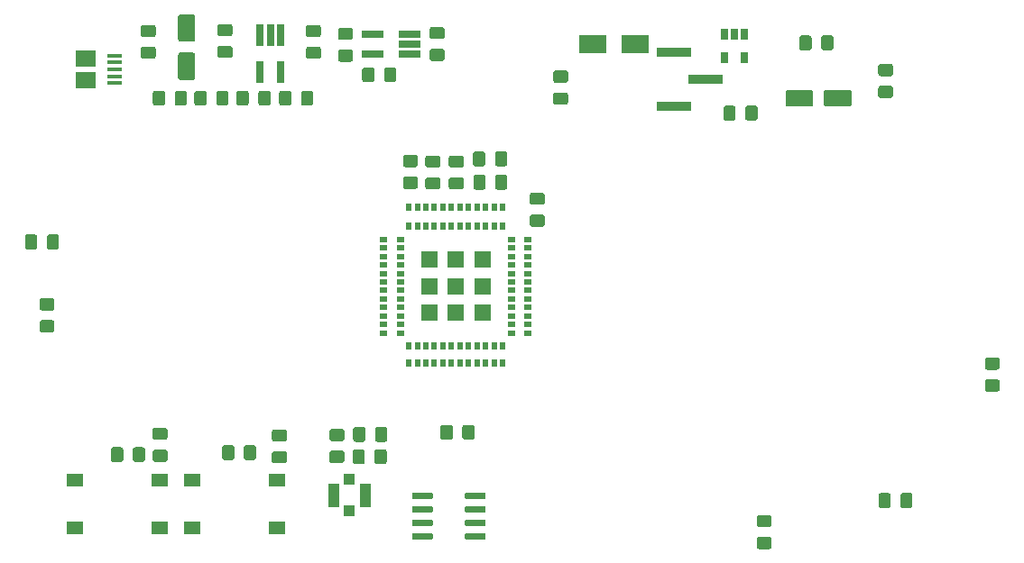
<source format=gbr>
G04 #@! TF.GenerationSoftware,KiCad,Pcbnew,(5.1.5)-3*
G04 #@! TF.CreationDate,2020-02-14T11:51:10+01:00*
G04 #@! TF.ProjectId,Lab_1,4c61625f-312e-46b6-9963-61645f706362,rev?*
G04 #@! TF.SameCoordinates,Original*
G04 #@! TF.FileFunction,Paste,Top*
G04 #@! TF.FilePolarity,Positive*
%FSLAX46Y46*%
G04 Gerber Fmt 4.6, Leading zero omitted, Abs format (unit mm)*
G04 Created by KiCad (PCBNEW (5.1.5)-3) date 2020-02-14 11:51:10*
%MOMM*%
%LPD*%
G04 APERTURE LIST*
%ADD10C,0.100000*%
%ADD11R,1.550000X1.300000*%
%ADD12R,2.500000X1.800000*%
%ADD13R,1.050000X2.200000*%
%ADD14R,1.000000X1.000000*%
%ADD15R,3.220000X0.940000*%
%ADD16R,0.650000X2.000000*%
%ADD17R,0.650000X1.060000*%
%ADD18R,2.000000X0.650000*%
%ADD19R,1.900000X1.500000*%
%ADD20R,1.350000X0.400000*%
%ADD21R,0.800000X0.500000*%
%ADD22R,0.500000X0.800000*%
%ADD23R,1.600000X1.600000*%
G04 APERTURE END LIST*
D10*
G36*
X88149505Y-103301204D02*
G01*
X88173773Y-103304804D01*
X88197572Y-103310765D01*
X88220671Y-103319030D01*
X88242850Y-103329520D01*
X88263893Y-103342132D01*
X88283599Y-103356747D01*
X88301777Y-103373223D01*
X88318253Y-103391401D01*
X88332868Y-103411107D01*
X88345480Y-103432150D01*
X88355970Y-103454329D01*
X88364235Y-103477428D01*
X88370196Y-103501227D01*
X88373796Y-103525495D01*
X88375000Y-103549999D01*
X88375000Y-104450001D01*
X88373796Y-104474505D01*
X88370196Y-104498773D01*
X88364235Y-104522572D01*
X88355970Y-104545671D01*
X88345480Y-104567850D01*
X88332868Y-104588893D01*
X88318253Y-104608599D01*
X88301777Y-104626777D01*
X88283599Y-104643253D01*
X88263893Y-104657868D01*
X88242850Y-104670480D01*
X88220671Y-104680970D01*
X88197572Y-104689235D01*
X88173773Y-104695196D01*
X88149505Y-104698796D01*
X88125001Y-104700000D01*
X87474999Y-104700000D01*
X87450495Y-104698796D01*
X87426227Y-104695196D01*
X87402428Y-104689235D01*
X87379329Y-104680970D01*
X87357150Y-104670480D01*
X87336107Y-104657868D01*
X87316401Y-104643253D01*
X87298223Y-104626777D01*
X87281747Y-104608599D01*
X87267132Y-104588893D01*
X87254520Y-104567850D01*
X87244030Y-104545671D01*
X87235765Y-104522572D01*
X87229804Y-104498773D01*
X87226204Y-104474505D01*
X87225000Y-104450001D01*
X87225000Y-103549999D01*
X87226204Y-103525495D01*
X87229804Y-103501227D01*
X87235765Y-103477428D01*
X87244030Y-103454329D01*
X87254520Y-103432150D01*
X87267132Y-103411107D01*
X87281747Y-103391401D01*
X87298223Y-103373223D01*
X87316401Y-103356747D01*
X87336107Y-103342132D01*
X87357150Y-103329520D01*
X87379329Y-103319030D01*
X87402428Y-103310765D01*
X87426227Y-103304804D01*
X87450495Y-103301204D01*
X87474999Y-103300000D01*
X88125001Y-103300000D01*
X88149505Y-103301204D01*
G37*
G36*
X86099505Y-103301204D02*
G01*
X86123773Y-103304804D01*
X86147572Y-103310765D01*
X86170671Y-103319030D01*
X86192850Y-103329520D01*
X86213893Y-103342132D01*
X86233599Y-103356747D01*
X86251777Y-103373223D01*
X86268253Y-103391401D01*
X86282868Y-103411107D01*
X86295480Y-103432150D01*
X86305970Y-103454329D01*
X86314235Y-103477428D01*
X86320196Y-103501227D01*
X86323796Y-103525495D01*
X86325000Y-103549999D01*
X86325000Y-104450001D01*
X86323796Y-104474505D01*
X86320196Y-104498773D01*
X86314235Y-104522572D01*
X86305970Y-104545671D01*
X86295480Y-104567850D01*
X86282868Y-104588893D01*
X86268253Y-104608599D01*
X86251777Y-104626777D01*
X86233599Y-104643253D01*
X86213893Y-104657868D01*
X86192850Y-104670480D01*
X86170671Y-104680970D01*
X86147572Y-104689235D01*
X86123773Y-104695196D01*
X86099505Y-104698796D01*
X86075001Y-104700000D01*
X85424999Y-104700000D01*
X85400495Y-104698796D01*
X85376227Y-104695196D01*
X85352428Y-104689235D01*
X85329329Y-104680970D01*
X85307150Y-104670480D01*
X85286107Y-104657868D01*
X85266401Y-104643253D01*
X85248223Y-104626777D01*
X85231747Y-104608599D01*
X85217132Y-104588893D01*
X85204520Y-104567850D01*
X85194030Y-104545671D01*
X85185765Y-104522572D01*
X85179804Y-104498773D01*
X85176204Y-104474505D01*
X85175000Y-104450001D01*
X85175000Y-103549999D01*
X85176204Y-103525495D01*
X85179804Y-103501227D01*
X85185765Y-103477428D01*
X85194030Y-103454329D01*
X85204520Y-103432150D01*
X85217132Y-103411107D01*
X85231747Y-103391401D01*
X85248223Y-103373223D01*
X85266401Y-103356747D01*
X85286107Y-103342132D01*
X85307150Y-103329520D01*
X85329329Y-103319030D01*
X85352428Y-103310765D01*
X85376227Y-103304804D01*
X85400495Y-103301204D01*
X85424999Y-103300000D01*
X86075001Y-103300000D01*
X86099505Y-103301204D01*
G37*
G36*
X74249505Y-103301204D02*
G01*
X74273773Y-103304804D01*
X74297572Y-103310765D01*
X74320671Y-103319030D01*
X74342850Y-103329520D01*
X74363893Y-103342132D01*
X74383599Y-103356747D01*
X74401777Y-103373223D01*
X74418253Y-103391401D01*
X74432868Y-103411107D01*
X74445480Y-103432150D01*
X74455970Y-103454329D01*
X74464235Y-103477428D01*
X74470196Y-103501227D01*
X74473796Y-103525495D01*
X74475000Y-103549999D01*
X74475000Y-104450001D01*
X74473796Y-104474505D01*
X74470196Y-104498773D01*
X74464235Y-104522572D01*
X74455970Y-104545671D01*
X74445480Y-104567850D01*
X74432868Y-104588893D01*
X74418253Y-104608599D01*
X74401777Y-104626777D01*
X74383599Y-104643253D01*
X74363893Y-104657868D01*
X74342850Y-104670480D01*
X74320671Y-104680970D01*
X74297572Y-104689235D01*
X74273773Y-104695196D01*
X74249505Y-104698796D01*
X74225001Y-104700000D01*
X73574999Y-104700000D01*
X73550495Y-104698796D01*
X73526227Y-104695196D01*
X73502428Y-104689235D01*
X73479329Y-104680970D01*
X73457150Y-104670480D01*
X73436107Y-104657868D01*
X73416401Y-104643253D01*
X73398223Y-104626777D01*
X73381747Y-104608599D01*
X73367132Y-104588893D01*
X73354520Y-104567850D01*
X73344030Y-104545671D01*
X73335765Y-104522572D01*
X73329804Y-104498773D01*
X73326204Y-104474505D01*
X73325000Y-104450001D01*
X73325000Y-103549999D01*
X73326204Y-103525495D01*
X73329804Y-103501227D01*
X73335765Y-103477428D01*
X73344030Y-103454329D01*
X73354520Y-103432150D01*
X73367132Y-103411107D01*
X73381747Y-103391401D01*
X73398223Y-103373223D01*
X73416401Y-103356747D01*
X73436107Y-103342132D01*
X73457150Y-103329520D01*
X73479329Y-103319030D01*
X73502428Y-103310765D01*
X73526227Y-103304804D01*
X73550495Y-103301204D01*
X73574999Y-103300000D01*
X74225001Y-103300000D01*
X74249505Y-103301204D01*
G37*
G36*
X76299505Y-103301204D02*
G01*
X76323773Y-103304804D01*
X76347572Y-103310765D01*
X76370671Y-103319030D01*
X76392850Y-103329520D01*
X76413893Y-103342132D01*
X76433599Y-103356747D01*
X76451777Y-103373223D01*
X76468253Y-103391401D01*
X76482868Y-103411107D01*
X76495480Y-103432150D01*
X76505970Y-103454329D01*
X76514235Y-103477428D01*
X76520196Y-103501227D01*
X76523796Y-103525495D01*
X76525000Y-103549999D01*
X76525000Y-104450001D01*
X76523796Y-104474505D01*
X76520196Y-104498773D01*
X76514235Y-104522572D01*
X76505970Y-104545671D01*
X76495480Y-104567850D01*
X76482868Y-104588893D01*
X76468253Y-104608599D01*
X76451777Y-104626777D01*
X76433599Y-104643253D01*
X76413893Y-104657868D01*
X76392850Y-104670480D01*
X76370671Y-104680970D01*
X76347572Y-104689235D01*
X76323773Y-104695196D01*
X76299505Y-104698796D01*
X76275001Y-104700000D01*
X75624999Y-104700000D01*
X75600495Y-104698796D01*
X75576227Y-104695196D01*
X75552428Y-104689235D01*
X75529329Y-104680970D01*
X75507150Y-104670480D01*
X75486107Y-104657868D01*
X75466401Y-104643253D01*
X75448223Y-104626777D01*
X75431747Y-104608599D01*
X75417132Y-104588893D01*
X75404520Y-104567850D01*
X75394030Y-104545671D01*
X75385765Y-104522572D01*
X75379804Y-104498773D01*
X75376204Y-104474505D01*
X75375000Y-104450001D01*
X75375000Y-103549999D01*
X75376204Y-103525495D01*
X75379804Y-103501227D01*
X75385765Y-103477428D01*
X75394030Y-103454329D01*
X75404520Y-103432150D01*
X75417132Y-103411107D01*
X75431747Y-103391401D01*
X75448223Y-103373223D01*
X75466401Y-103356747D01*
X75486107Y-103342132D01*
X75507150Y-103329520D01*
X75529329Y-103319030D01*
X75552428Y-103310765D01*
X75576227Y-103304804D01*
X75600495Y-103301204D01*
X75624999Y-103300000D01*
X76275001Y-103300000D01*
X76299505Y-103301204D01*
G37*
G36*
X88874505Y-97101204D02*
G01*
X88898773Y-97104804D01*
X88922572Y-97110765D01*
X88945671Y-97119030D01*
X88967850Y-97129520D01*
X88988893Y-97142132D01*
X89008599Y-97156747D01*
X89026777Y-97173223D01*
X89043253Y-97191401D01*
X89057868Y-97211107D01*
X89070480Y-97232150D01*
X89080970Y-97254329D01*
X89089235Y-97277428D01*
X89095196Y-97301227D01*
X89098796Y-97325495D01*
X89100000Y-97349999D01*
X89100000Y-98000001D01*
X89098796Y-98024505D01*
X89095196Y-98048773D01*
X89089235Y-98072572D01*
X89080970Y-98095671D01*
X89070480Y-98117850D01*
X89057868Y-98138893D01*
X89043253Y-98158599D01*
X89026777Y-98176777D01*
X89008599Y-98193253D01*
X88988893Y-98207868D01*
X88967850Y-98220480D01*
X88945671Y-98230970D01*
X88922572Y-98239235D01*
X88898773Y-98245196D01*
X88874505Y-98248796D01*
X88850001Y-98250000D01*
X87949999Y-98250000D01*
X87925495Y-98248796D01*
X87901227Y-98245196D01*
X87877428Y-98239235D01*
X87854329Y-98230970D01*
X87832150Y-98220480D01*
X87811107Y-98207868D01*
X87791401Y-98193253D01*
X87773223Y-98176777D01*
X87756747Y-98158599D01*
X87742132Y-98138893D01*
X87729520Y-98117850D01*
X87719030Y-98095671D01*
X87710765Y-98072572D01*
X87704804Y-98048773D01*
X87701204Y-98024505D01*
X87700000Y-98000001D01*
X87700000Y-97349999D01*
X87701204Y-97325495D01*
X87704804Y-97301227D01*
X87710765Y-97277428D01*
X87719030Y-97254329D01*
X87729520Y-97232150D01*
X87742132Y-97211107D01*
X87756747Y-97191401D01*
X87773223Y-97173223D01*
X87791401Y-97156747D01*
X87811107Y-97142132D01*
X87832150Y-97129520D01*
X87854329Y-97119030D01*
X87877428Y-97110765D01*
X87901227Y-97104804D01*
X87925495Y-97101204D01*
X87949999Y-97100000D01*
X88850001Y-97100000D01*
X88874505Y-97101204D01*
G37*
G36*
X88874505Y-99151204D02*
G01*
X88898773Y-99154804D01*
X88922572Y-99160765D01*
X88945671Y-99169030D01*
X88967850Y-99179520D01*
X88988893Y-99192132D01*
X89008599Y-99206747D01*
X89026777Y-99223223D01*
X89043253Y-99241401D01*
X89057868Y-99261107D01*
X89070480Y-99282150D01*
X89080970Y-99304329D01*
X89089235Y-99327428D01*
X89095196Y-99351227D01*
X89098796Y-99375495D01*
X89100000Y-99399999D01*
X89100000Y-100050001D01*
X89098796Y-100074505D01*
X89095196Y-100098773D01*
X89089235Y-100122572D01*
X89080970Y-100145671D01*
X89070480Y-100167850D01*
X89057868Y-100188893D01*
X89043253Y-100208599D01*
X89026777Y-100226777D01*
X89008599Y-100243253D01*
X88988893Y-100257868D01*
X88967850Y-100270480D01*
X88945671Y-100280970D01*
X88922572Y-100289235D01*
X88898773Y-100295196D01*
X88874505Y-100298796D01*
X88850001Y-100300000D01*
X87949999Y-100300000D01*
X87925495Y-100298796D01*
X87901227Y-100295196D01*
X87877428Y-100289235D01*
X87854329Y-100280970D01*
X87832150Y-100270480D01*
X87811107Y-100257868D01*
X87791401Y-100243253D01*
X87773223Y-100226777D01*
X87756747Y-100208599D01*
X87742132Y-100188893D01*
X87729520Y-100167850D01*
X87719030Y-100145671D01*
X87710765Y-100122572D01*
X87704804Y-100098773D01*
X87701204Y-100074505D01*
X87700000Y-100050001D01*
X87700000Y-99399999D01*
X87701204Y-99375495D01*
X87704804Y-99351227D01*
X87710765Y-99327428D01*
X87719030Y-99304329D01*
X87729520Y-99282150D01*
X87742132Y-99261107D01*
X87756747Y-99241401D01*
X87773223Y-99223223D01*
X87791401Y-99206747D01*
X87811107Y-99192132D01*
X87832150Y-99179520D01*
X87854329Y-99169030D01*
X87877428Y-99160765D01*
X87901227Y-99154804D01*
X87925495Y-99151204D01*
X87949999Y-99150000D01*
X88850001Y-99150000D01*
X88874505Y-99151204D01*
G37*
G36*
X84149505Y-103301204D02*
G01*
X84173773Y-103304804D01*
X84197572Y-103310765D01*
X84220671Y-103319030D01*
X84242850Y-103329520D01*
X84263893Y-103342132D01*
X84283599Y-103356747D01*
X84301777Y-103373223D01*
X84318253Y-103391401D01*
X84332868Y-103411107D01*
X84345480Y-103432150D01*
X84355970Y-103454329D01*
X84364235Y-103477428D01*
X84370196Y-103501227D01*
X84373796Y-103525495D01*
X84375000Y-103549999D01*
X84375000Y-104450001D01*
X84373796Y-104474505D01*
X84370196Y-104498773D01*
X84364235Y-104522572D01*
X84355970Y-104545671D01*
X84345480Y-104567850D01*
X84332868Y-104588893D01*
X84318253Y-104608599D01*
X84301777Y-104626777D01*
X84283599Y-104643253D01*
X84263893Y-104657868D01*
X84242850Y-104670480D01*
X84220671Y-104680970D01*
X84197572Y-104689235D01*
X84173773Y-104695196D01*
X84149505Y-104698796D01*
X84125001Y-104700000D01*
X83474999Y-104700000D01*
X83450495Y-104698796D01*
X83426227Y-104695196D01*
X83402428Y-104689235D01*
X83379329Y-104680970D01*
X83357150Y-104670480D01*
X83336107Y-104657868D01*
X83316401Y-104643253D01*
X83298223Y-104626777D01*
X83281747Y-104608599D01*
X83267132Y-104588893D01*
X83254520Y-104567850D01*
X83244030Y-104545671D01*
X83235765Y-104522572D01*
X83229804Y-104498773D01*
X83226204Y-104474505D01*
X83225000Y-104450001D01*
X83225000Y-103549999D01*
X83226204Y-103525495D01*
X83229804Y-103501227D01*
X83235765Y-103477428D01*
X83244030Y-103454329D01*
X83254520Y-103432150D01*
X83267132Y-103411107D01*
X83281747Y-103391401D01*
X83298223Y-103373223D01*
X83316401Y-103356747D01*
X83336107Y-103342132D01*
X83357150Y-103329520D01*
X83379329Y-103319030D01*
X83402428Y-103310765D01*
X83426227Y-103304804D01*
X83450495Y-103301204D01*
X83474999Y-103300000D01*
X84125001Y-103300000D01*
X84149505Y-103301204D01*
G37*
G36*
X82099505Y-103301204D02*
G01*
X82123773Y-103304804D01*
X82147572Y-103310765D01*
X82170671Y-103319030D01*
X82192850Y-103329520D01*
X82213893Y-103342132D01*
X82233599Y-103356747D01*
X82251777Y-103373223D01*
X82268253Y-103391401D01*
X82282868Y-103411107D01*
X82295480Y-103432150D01*
X82305970Y-103454329D01*
X82314235Y-103477428D01*
X82320196Y-103501227D01*
X82323796Y-103525495D01*
X82325000Y-103549999D01*
X82325000Y-104450001D01*
X82323796Y-104474505D01*
X82320196Y-104498773D01*
X82314235Y-104522572D01*
X82305970Y-104545671D01*
X82295480Y-104567850D01*
X82282868Y-104588893D01*
X82268253Y-104608599D01*
X82251777Y-104626777D01*
X82233599Y-104643253D01*
X82213893Y-104657868D01*
X82192850Y-104670480D01*
X82170671Y-104680970D01*
X82147572Y-104689235D01*
X82123773Y-104695196D01*
X82099505Y-104698796D01*
X82075001Y-104700000D01*
X81424999Y-104700000D01*
X81400495Y-104698796D01*
X81376227Y-104695196D01*
X81352428Y-104689235D01*
X81329329Y-104680970D01*
X81307150Y-104670480D01*
X81286107Y-104657868D01*
X81266401Y-104643253D01*
X81248223Y-104626777D01*
X81231747Y-104608599D01*
X81217132Y-104588893D01*
X81204520Y-104567850D01*
X81194030Y-104545671D01*
X81185765Y-104522572D01*
X81179804Y-104498773D01*
X81176204Y-104474505D01*
X81175000Y-104450001D01*
X81175000Y-103549999D01*
X81176204Y-103525495D01*
X81179804Y-103501227D01*
X81185765Y-103477428D01*
X81194030Y-103454329D01*
X81204520Y-103432150D01*
X81217132Y-103411107D01*
X81231747Y-103391401D01*
X81248223Y-103373223D01*
X81266401Y-103356747D01*
X81286107Y-103342132D01*
X81307150Y-103329520D01*
X81329329Y-103319030D01*
X81352428Y-103310765D01*
X81376227Y-103304804D01*
X81400495Y-103301204D01*
X81424999Y-103300000D01*
X82075001Y-103300000D01*
X82099505Y-103301204D01*
G37*
G36*
X78149505Y-103301204D02*
G01*
X78173773Y-103304804D01*
X78197572Y-103310765D01*
X78220671Y-103319030D01*
X78242850Y-103329520D01*
X78263893Y-103342132D01*
X78283599Y-103356747D01*
X78301777Y-103373223D01*
X78318253Y-103391401D01*
X78332868Y-103411107D01*
X78345480Y-103432150D01*
X78355970Y-103454329D01*
X78364235Y-103477428D01*
X78370196Y-103501227D01*
X78373796Y-103525495D01*
X78375000Y-103549999D01*
X78375000Y-104450001D01*
X78373796Y-104474505D01*
X78370196Y-104498773D01*
X78364235Y-104522572D01*
X78355970Y-104545671D01*
X78345480Y-104567850D01*
X78332868Y-104588893D01*
X78318253Y-104608599D01*
X78301777Y-104626777D01*
X78283599Y-104643253D01*
X78263893Y-104657868D01*
X78242850Y-104670480D01*
X78220671Y-104680970D01*
X78197572Y-104689235D01*
X78173773Y-104695196D01*
X78149505Y-104698796D01*
X78125001Y-104700000D01*
X77474999Y-104700000D01*
X77450495Y-104698796D01*
X77426227Y-104695196D01*
X77402428Y-104689235D01*
X77379329Y-104680970D01*
X77357150Y-104670480D01*
X77336107Y-104657868D01*
X77316401Y-104643253D01*
X77298223Y-104626777D01*
X77281747Y-104608599D01*
X77267132Y-104588893D01*
X77254520Y-104567850D01*
X77244030Y-104545671D01*
X77235765Y-104522572D01*
X77229804Y-104498773D01*
X77226204Y-104474505D01*
X77225000Y-104450001D01*
X77225000Y-103549999D01*
X77226204Y-103525495D01*
X77229804Y-103501227D01*
X77235765Y-103477428D01*
X77244030Y-103454329D01*
X77254520Y-103432150D01*
X77267132Y-103411107D01*
X77281747Y-103391401D01*
X77298223Y-103373223D01*
X77316401Y-103356747D01*
X77336107Y-103342132D01*
X77357150Y-103329520D01*
X77379329Y-103319030D01*
X77402428Y-103310765D01*
X77426227Y-103304804D01*
X77450495Y-103301204D01*
X77474999Y-103300000D01*
X78125001Y-103300000D01*
X78149505Y-103301204D01*
G37*
G36*
X80199505Y-103301204D02*
G01*
X80223773Y-103304804D01*
X80247572Y-103310765D01*
X80270671Y-103319030D01*
X80292850Y-103329520D01*
X80313893Y-103342132D01*
X80333599Y-103356747D01*
X80351777Y-103373223D01*
X80368253Y-103391401D01*
X80382868Y-103411107D01*
X80395480Y-103432150D01*
X80405970Y-103454329D01*
X80414235Y-103477428D01*
X80420196Y-103501227D01*
X80423796Y-103525495D01*
X80425000Y-103549999D01*
X80425000Y-104450001D01*
X80423796Y-104474505D01*
X80420196Y-104498773D01*
X80414235Y-104522572D01*
X80405970Y-104545671D01*
X80395480Y-104567850D01*
X80382868Y-104588893D01*
X80368253Y-104608599D01*
X80351777Y-104626777D01*
X80333599Y-104643253D01*
X80313893Y-104657868D01*
X80292850Y-104670480D01*
X80270671Y-104680970D01*
X80247572Y-104689235D01*
X80223773Y-104695196D01*
X80199505Y-104698796D01*
X80175001Y-104700000D01*
X79524999Y-104700000D01*
X79500495Y-104698796D01*
X79476227Y-104695196D01*
X79452428Y-104689235D01*
X79429329Y-104680970D01*
X79407150Y-104670480D01*
X79386107Y-104657868D01*
X79366401Y-104643253D01*
X79348223Y-104626777D01*
X79331747Y-104608599D01*
X79317132Y-104588893D01*
X79304520Y-104567850D01*
X79294030Y-104545671D01*
X79285765Y-104522572D01*
X79279804Y-104498773D01*
X79276204Y-104474505D01*
X79275000Y-104450001D01*
X79275000Y-103549999D01*
X79276204Y-103525495D01*
X79279804Y-103501227D01*
X79285765Y-103477428D01*
X79294030Y-103454329D01*
X79304520Y-103432150D01*
X79317132Y-103411107D01*
X79331747Y-103391401D01*
X79348223Y-103373223D01*
X79366401Y-103356747D01*
X79386107Y-103342132D01*
X79407150Y-103329520D01*
X79429329Y-103319030D01*
X79452428Y-103310765D01*
X79476227Y-103304804D01*
X79500495Y-103301204D01*
X79524999Y-103300000D01*
X80175001Y-103300000D01*
X80199505Y-103301204D01*
G37*
D11*
X73950000Y-144400000D03*
X73950000Y-139900000D03*
X66000000Y-139900000D03*
X66000000Y-144400000D03*
D10*
G36*
X74474505Y-134976204D02*
G01*
X74498773Y-134979804D01*
X74522572Y-134985765D01*
X74545671Y-134994030D01*
X74567850Y-135004520D01*
X74588893Y-135017132D01*
X74608599Y-135031747D01*
X74626777Y-135048223D01*
X74643253Y-135066401D01*
X74657868Y-135086107D01*
X74670480Y-135107150D01*
X74680970Y-135129329D01*
X74689235Y-135152428D01*
X74695196Y-135176227D01*
X74698796Y-135200495D01*
X74700000Y-135224999D01*
X74700000Y-135875001D01*
X74698796Y-135899505D01*
X74695196Y-135923773D01*
X74689235Y-135947572D01*
X74680970Y-135970671D01*
X74670480Y-135992850D01*
X74657868Y-136013893D01*
X74643253Y-136033599D01*
X74626777Y-136051777D01*
X74608599Y-136068253D01*
X74588893Y-136082868D01*
X74567850Y-136095480D01*
X74545671Y-136105970D01*
X74522572Y-136114235D01*
X74498773Y-136120196D01*
X74474505Y-136123796D01*
X74450001Y-136125000D01*
X73549999Y-136125000D01*
X73525495Y-136123796D01*
X73501227Y-136120196D01*
X73477428Y-136114235D01*
X73454329Y-136105970D01*
X73432150Y-136095480D01*
X73411107Y-136082868D01*
X73391401Y-136068253D01*
X73373223Y-136051777D01*
X73356747Y-136033599D01*
X73342132Y-136013893D01*
X73329520Y-135992850D01*
X73319030Y-135970671D01*
X73310765Y-135947572D01*
X73304804Y-135923773D01*
X73301204Y-135899505D01*
X73300000Y-135875001D01*
X73300000Y-135224999D01*
X73301204Y-135200495D01*
X73304804Y-135176227D01*
X73310765Y-135152428D01*
X73319030Y-135129329D01*
X73329520Y-135107150D01*
X73342132Y-135086107D01*
X73356747Y-135066401D01*
X73373223Y-135048223D01*
X73391401Y-135031747D01*
X73411107Y-135017132D01*
X73432150Y-135004520D01*
X73454329Y-134994030D01*
X73477428Y-134985765D01*
X73501227Y-134979804D01*
X73525495Y-134976204D01*
X73549999Y-134975000D01*
X74450001Y-134975000D01*
X74474505Y-134976204D01*
G37*
G36*
X74474505Y-137026204D02*
G01*
X74498773Y-137029804D01*
X74522572Y-137035765D01*
X74545671Y-137044030D01*
X74567850Y-137054520D01*
X74588893Y-137067132D01*
X74608599Y-137081747D01*
X74626777Y-137098223D01*
X74643253Y-137116401D01*
X74657868Y-137136107D01*
X74670480Y-137157150D01*
X74680970Y-137179329D01*
X74689235Y-137202428D01*
X74695196Y-137226227D01*
X74698796Y-137250495D01*
X74700000Y-137274999D01*
X74700000Y-137925001D01*
X74698796Y-137949505D01*
X74695196Y-137973773D01*
X74689235Y-137997572D01*
X74680970Y-138020671D01*
X74670480Y-138042850D01*
X74657868Y-138063893D01*
X74643253Y-138083599D01*
X74626777Y-138101777D01*
X74608599Y-138118253D01*
X74588893Y-138132868D01*
X74567850Y-138145480D01*
X74545671Y-138155970D01*
X74522572Y-138164235D01*
X74498773Y-138170196D01*
X74474505Y-138173796D01*
X74450001Y-138175000D01*
X73549999Y-138175000D01*
X73525495Y-138173796D01*
X73501227Y-138170196D01*
X73477428Y-138164235D01*
X73454329Y-138155970D01*
X73432150Y-138145480D01*
X73411107Y-138132868D01*
X73391401Y-138118253D01*
X73373223Y-138101777D01*
X73356747Y-138083599D01*
X73342132Y-138063893D01*
X73329520Y-138042850D01*
X73319030Y-138020671D01*
X73310765Y-137997572D01*
X73304804Y-137973773D01*
X73301204Y-137949505D01*
X73300000Y-137925001D01*
X73300000Y-137274999D01*
X73301204Y-137250495D01*
X73304804Y-137226227D01*
X73310765Y-137202428D01*
X73319030Y-137179329D01*
X73329520Y-137157150D01*
X73342132Y-137136107D01*
X73356747Y-137116401D01*
X73373223Y-137098223D01*
X73391401Y-137081747D01*
X73411107Y-137067132D01*
X73432150Y-137054520D01*
X73454329Y-137044030D01*
X73477428Y-137035765D01*
X73501227Y-137029804D01*
X73525495Y-137026204D01*
X73549999Y-137025000D01*
X74450001Y-137025000D01*
X74474505Y-137026204D01*
G37*
G36*
X72374505Y-136801204D02*
G01*
X72398773Y-136804804D01*
X72422572Y-136810765D01*
X72445671Y-136819030D01*
X72467850Y-136829520D01*
X72488893Y-136842132D01*
X72508599Y-136856747D01*
X72526777Y-136873223D01*
X72543253Y-136891401D01*
X72557868Y-136911107D01*
X72570480Y-136932150D01*
X72580970Y-136954329D01*
X72589235Y-136977428D01*
X72595196Y-137001227D01*
X72598796Y-137025495D01*
X72600000Y-137049999D01*
X72600000Y-137950001D01*
X72598796Y-137974505D01*
X72595196Y-137998773D01*
X72589235Y-138022572D01*
X72580970Y-138045671D01*
X72570480Y-138067850D01*
X72557868Y-138088893D01*
X72543253Y-138108599D01*
X72526777Y-138126777D01*
X72508599Y-138143253D01*
X72488893Y-138157868D01*
X72467850Y-138170480D01*
X72445671Y-138180970D01*
X72422572Y-138189235D01*
X72398773Y-138195196D01*
X72374505Y-138198796D01*
X72350001Y-138200000D01*
X71699999Y-138200000D01*
X71675495Y-138198796D01*
X71651227Y-138195196D01*
X71627428Y-138189235D01*
X71604329Y-138180970D01*
X71582150Y-138170480D01*
X71561107Y-138157868D01*
X71541401Y-138143253D01*
X71523223Y-138126777D01*
X71506747Y-138108599D01*
X71492132Y-138088893D01*
X71479520Y-138067850D01*
X71469030Y-138045671D01*
X71460765Y-138022572D01*
X71454804Y-137998773D01*
X71451204Y-137974505D01*
X71450000Y-137950001D01*
X71450000Y-137049999D01*
X71451204Y-137025495D01*
X71454804Y-137001227D01*
X71460765Y-136977428D01*
X71469030Y-136954329D01*
X71479520Y-136932150D01*
X71492132Y-136911107D01*
X71506747Y-136891401D01*
X71523223Y-136873223D01*
X71541401Y-136856747D01*
X71561107Y-136842132D01*
X71582150Y-136829520D01*
X71604329Y-136819030D01*
X71627428Y-136810765D01*
X71651227Y-136804804D01*
X71675495Y-136801204D01*
X71699999Y-136800000D01*
X72350001Y-136800000D01*
X72374505Y-136801204D01*
G37*
G36*
X70324505Y-136801204D02*
G01*
X70348773Y-136804804D01*
X70372572Y-136810765D01*
X70395671Y-136819030D01*
X70417850Y-136829520D01*
X70438893Y-136842132D01*
X70458599Y-136856747D01*
X70476777Y-136873223D01*
X70493253Y-136891401D01*
X70507868Y-136911107D01*
X70520480Y-136932150D01*
X70530970Y-136954329D01*
X70539235Y-136977428D01*
X70545196Y-137001227D01*
X70548796Y-137025495D01*
X70550000Y-137049999D01*
X70550000Y-137950001D01*
X70548796Y-137974505D01*
X70545196Y-137998773D01*
X70539235Y-138022572D01*
X70530970Y-138045671D01*
X70520480Y-138067850D01*
X70507868Y-138088893D01*
X70493253Y-138108599D01*
X70476777Y-138126777D01*
X70458599Y-138143253D01*
X70438893Y-138157868D01*
X70417850Y-138170480D01*
X70395671Y-138180970D01*
X70372572Y-138189235D01*
X70348773Y-138195196D01*
X70324505Y-138198796D01*
X70300001Y-138200000D01*
X69649999Y-138200000D01*
X69625495Y-138198796D01*
X69601227Y-138195196D01*
X69577428Y-138189235D01*
X69554329Y-138180970D01*
X69532150Y-138170480D01*
X69511107Y-138157868D01*
X69491401Y-138143253D01*
X69473223Y-138126777D01*
X69456747Y-138108599D01*
X69442132Y-138088893D01*
X69429520Y-138067850D01*
X69419030Y-138045671D01*
X69410765Y-138022572D01*
X69404804Y-137998773D01*
X69401204Y-137974505D01*
X69400000Y-137950001D01*
X69400000Y-137049999D01*
X69401204Y-137025495D01*
X69404804Y-137001227D01*
X69410765Y-136977428D01*
X69419030Y-136954329D01*
X69429520Y-136932150D01*
X69442132Y-136911107D01*
X69456747Y-136891401D01*
X69473223Y-136873223D01*
X69491401Y-136856747D01*
X69511107Y-136842132D01*
X69532150Y-136829520D01*
X69554329Y-136819030D01*
X69577428Y-136810765D01*
X69601227Y-136804804D01*
X69625495Y-136801204D01*
X69649999Y-136800000D01*
X70300001Y-136800000D01*
X70324505Y-136801204D01*
G37*
G36*
X100474505Y-97301204D02*
G01*
X100498773Y-97304804D01*
X100522572Y-97310765D01*
X100545671Y-97319030D01*
X100567850Y-97329520D01*
X100588893Y-97342132D01*
X100608599Y-97356747D01*
X100626777Y-97373223D01*
X100643253Y-97391401D01*
X100657868Y-97411107D01*
X100670480Y-97432150D01*
X100680970Y-97454329D01*
X100689235Y-97477428D01*
X100695196Y-97501227D01*
X100698796Y-97525495D01*
X100700000Y-97549999D01*
X100700000Y-98200001D01*
X100698796Y-98224505D01*
X100695196Y-98248773D01*
X100689235Y-98272572D01*
X100680970Y-98295671D01*
X100670480Y-98317850D01*
X100657868Y-98338893D01*
X100643253Y-98358599D01*
X100626777Y-98376777D01*
X100608599Y-98393253D01*
X100588893Y-98407868D01*
X100567850Y-98420480D01*
X100545671Y-98430970D01*
X100522572Y-98439235D01*
X100498773Y-98445196D01*
X100474505Y-98448796D01*
X100450001Y-98450000D01*
X99549999Y-98450000D01*
X99525495Y-98448796D01*
X99501227Y-98445196D01*
X99477428Y-98439235D01*
X99454329Y-98430970D01*
X99432150Y-98420480D01*
X99411107Y-98407868D01*
X99391401Y-98393253D01*
X99373223Y-98376777D01*
X99356747Y-98358599D01*
X99342132Y-98338893D01*
X99329520Y-98317850D01*
X99319030Y-98295671D01*
X99310765Y-98272572D01*
X99304804Y-98248773D01*
X99301204Y-98224505D01*
X99300000Y-98200001D01*
X99300000Y-97549999D01*
X99301204Y-97525495D01*
X99304804Y-97501227D01*
X99310765Y-97477428D01*
X99319030Y-97454329D01*
X99329520Y-97432150D01*
X99342132Y-97411107D01*
X99356747Y-97391401D01*
X99373223Y-97373223D01*
X99391401Y-97356747D01*
X99411107Y-97342132D01*
X99432150Y-97329520D01*
X99454329Y-97319030D01*
X99477428Y-97310765D01*
X99501227Y-97304804D01*
X99525495Y-97301204D01*
X99549999Y-97300000D01*
X100450001Y-97300000D01*
X100474505Y-97301204D01*
G37*
G36*
X100474505Y-99351204D02*
G01*
X100498773Y-99354804D01*
X100522572Y-99360765D01*
X100545671Y-99369030D01*
X100567850Y-99379520D01*
X100588893Y-99392132D01*
X100608599Y-99406747D01*
X100626777Y-99423223D01*
X100643253Y-99441401D01*
X100657868Y-99461107D01*
X100670480Y-99482150D01*
X100680970Y-99504329D01*
X100689235Y-99527428D01*
X100695196Y-99551227D01*
X100698796Y-99575495D01*
X100700000Y-99599999D01*
X100700000Y-100250001D01*
X100698796Y-100274505D01*
X100695196Y-100298773D01*
X100689235Y-100322572D01*
X100680970Y-100345671D01*
X100670480Y-100367850D01*
X100657868Y-100388893D01*
X100643253Y-100408599D01*
X100626777Y-100426777D01*
X100608599Y-100443253D01*
X100588893Y-100457868D01*
X100567850Y-100470480D01*
X100545671Y-100480970D01*
X100522572Y-100489235D01*
X100498773Y-100495196D01*
X100474505Y-100498796D01*
X100450001Y-100500000D01*
X99549999Y-100500000D01*
X99525495Y-100498796D01*
X99501227Y-100495196D01*
X99477428Y-100489235D01*
X99454329Y-100480970D01*
X99432150Y-100470480D01*
X99411107Y-100457868D01*
X99391401Y-100443253D01*
X99373223Y-100426777D01*
X99356747Y-100408599D01*
X99342132Y-100388893D01*
X99329520Y-100367850D01*
X99319030Y-100345671D01*
X99310765Y-100322572D01*
X99304804Y-100298773D01*
X99301204Y-100274505D01*
X99300000Y-100250001D01*
X99300000Y-99599999D01*
X99301204Y-99575495D01*
X99304804Y-99551227D01*
X99310765Y-99527428D01*
X99319030Y-99504329D01*
X99329520Y-99482150D01*
X99342132Y-99461107D01*
X99356747Y-99441401D01*
X99373223Y-99423223D01*
X99391401Y-99406747D01*
X99411107Y-99392132D01*
X99432150Y-99379520D01*
X99454329Y-99369030D01*
X99477428Y-99360765D01*
X99501227Y-99354804D01*
X99525495Y-99351204D01*
X99549999Y-99350000D01*
X100450001Y-99350000D01*
X100474505Y-99351204D01*
G37*
G36*
X152574505Y-128376204D02*
G01*
X152598773Y-128379804D01*
X152622572Y-128385765D01*
X152645671Y-128394030D01*
X152667850Y-128404520D01*
X152688893Y-128417132D01*
X152708599Y-128431747D01*
X152726777Y-128448223D01*
X152743253Y-128466401D01*
X152757868Y-128486107D01*
X152770480Y-128507150D01*
X152780970Y-128529329D01*
X152789235Y-128552428D01*
X152795196Y-128576227D01*
X152798796Y-128600495D01*
X152800000Y-128624999D01*
X152800000Y-129275001D01*
X152798796Y-129299505D01*
X152795196Y-129323773D01*
X152789235Y-129347572D01*
X152780970Y-129370671D01*
X152770480Y-129392850D01*
X152757868Y-129413893D01*
X152743253Y-129433599D01*
X152726777Y-129451777D01*
X152708599Y-129468253D01*
X152688893Y-129482868D01*
X152667850Y-129495480D01*
X152645671Y-129505970D01*
X152622572Y-129514235D01*
X152598773Y-129520196D01*
X152574505Y-129523796D01*
X152550001Y-129525000D01*
X151649999Y-129525000D01*
X151625495Y-129523796D01*
X151601227Y-129520196D01*
X151577428Y-129514235D01*
X151554329Y-129505970D01*
X151532150Y-129495480D01*
X151511107Y-129482868D01*
X151491401Y-129468253D01*
X151473223Y-129451777D01*
X151456747Y-129433599D01*
X151442132Y-129413893D01*
X151429520Y-129392850D01*
X151419030Y-129370671D01*
X151410765Y-129347572D01*
X151404804Y-129323773D01*
X151401204Y-129299505D01*
X151400000Y-129275001D01*
X151400000Y-128624999D01*
X151401204Y-128600495D01*
X151404804Y-128576227D01*
X151410765Y-128552428D01*
X151419030Y-128529329D01*
X151429520Y-128507150D01*
X151442132Y-128486107D01*
X151456747Y-128466401D01*
X151473223Y-128448223D01*
X151491401Y-128431747D01*
X151511107Y-128417132D01*
X151532150Y-128404520D01*
X151554329Y-128394030D01*
X151577428Y-128385765D01*
X151601227Y-128379804D01*
X151625495Y-128376204D01*
X151649999Y-128375000D01*
X152550001Y-128375000D01*
X152574505Y-128376204D01*
G37*
G36*
X152574505Y-130426204D02*
G01*
X152598773Y-130429804D01*
X152622572Y-130435765D01*
X152645671Y-130444030D01*
X152667850Y-130454520D01*
X152688893Y-130467132D01*
X152708599Y-130481747D01*
X152726777Y-130498223D01*
X152743253Y-130516401D01*
X152757868Y-130536107D01*
X152770480Y-130557150D01*
X152780970Y-130579329D01*
X152789235Y-130602428D01*
X152795196Y-130626227D01*
X152798796Y-130650495D01*
X152800000Y-130674999D01*
X152800000Y-131325001D01*
X152798796Y-131349505D01*
X152795196Y-131373773D01*
X152789235Y-131397572D01*
X152780970Y-131420671D01*
X152770480Y-131442850D01*
X152757868Y-131463893D01*
X152743253Y-131483599D01*
X152726777Y-131501777D01*
X152708599Y-131518253D01*
X152688893Y-131532868D01*
X152667850Y-131545480D01*
X152645671Y-131555970D01*
X152622572Y-131564235D01*
X152598773Y-131570196D01*
X152574505Y-131573796D01*
X152550001Y-131575000D01*
X151649999Y-131575000D01*
X151625495Y-131573796D01*
X151601227Y-131570196D01*
X151577428Y-131564235D01*
X151554329Y-131555970D01*
X151532150Y-131545480D01*
X151511107Y-131532868D01*
X151491401Y-131518253D01*
X151473223Y-131501777D01*
X151456747Y-131483599D01*
X151442132Y-131463893D01*
X151429520Y-131442850D01*
X151419030Y-131420671D01*
X151410765Y-131397572D01*
X151404804Y-131373773D01*
X151401204Y-131349505D01*
X151400000Y-131325001D01*
X151400000Y-130674999D01*
X151401204Y-130650495D01*
X151404804Y-130626227D01*
X151410765Y-130602428D01*
X151419030Y-130579329D01*
X151429520Y-130557150D01*
X151442132Y-130536107D01*
X151456747Y-130516401D01*
X151473223Y-130498223D01*
X151491401Y-130481747D01*
X151511107Y-130467132D01*
X151532150Y-130454520D01*
X151554329Y-130444030D01*
X151577428Y-130435765D01*
X151601227Y-130429804D01*
X151625495Y-130426204D01*
X151649999Y-130425000D01*
X152550001Y-130425000D01*
X152574505Y-130426204D01*
G37*
G36*
X112074505Y-103451204D02*
G01*
X112098773Y-103454804D01*
X112122572Y-103460765D01*
X112145671Y-103469030D01*
X112167850Y-103479520D01*
X112188893Y-103492132D01*
X112208599Y-103506747D01*
X112226777Y-103523223D01*
X112243253Y-103541401D01*
X112257868Y-103561107D01*
X112270480Y-103582150D01*
X112280970Y-103604329D01*
X112289235Y-103627428D01*
X112295196Y-103651227D01*
X112298796Y-103675495D01*
X112300000Y-103699999D01*
X112300000Y-104350001D01*
X112298796Y-104374505D01*
X112295196Y-104398773D01*
X112289235Y-104422572D01*
X112280970Y-104445671D01*
X112270480Y-104467850D01*
X112257868Y-104488893D01*
X112243253Y-104508599D01*
X112226777Y-104526777D01*
X112208599Y-104543253D01*
X112188893Y-104557868D01*
X112167850Y-104570480D01*
X112145671Y-104580970D01*
X112122572Y-104589235D01*
X112098773Y-104595196D01*
X112074505Y-104598796D01*
X112050001Y-104600000D01*
X111149999Y-104600000D01*
X111125495Y-104598796D01*
X111101227Y-104595196D01*
X111077428Y-104589235D01*
X111054329Y-104580970D01*
X111032150Y-104570480D01*
X111011107Y-104557868D01*
X110991401Y-104543253D01*
X110973223Y-104526777D01*
X110956747Y-104508599D01*
X110942132Y-104488893D01*
X110929520Y-104467850D01*
X110919030Y-104445671D01*
X110910765Y-104422572D01*
X110904804Y-104398773D01*
X110901204Y-104374505D01*
X110900000Y-104350001D01*
X110900000Y-103699999D01*
X110901204Y-103675495D01*
X110904804Y-103651227D01*
X110910765Y-103627428D01*
X110919030Y-103604329D01*
X110929520Y-103582150D01*
X110942132Y-103561107D01*
X110956747Y-103541401D01*
X110973223Y-103523223D01*
X110991401Y-103506747D01*
X111011107Y-103492132D01*
X111032150Y-103479520D01*
X111054329Y-103469030D01*
X111077428Y-103460765D01*
X111101227Y-103454804D01*
X111125495Y-103451204D01*
X111149999Y-103450000D01*
X112050001Y-103450000D01*
X112074505Y-103451204D01*
G37*
G36*
X112074505Y-101401204D02*
G01*
X112098773Y-101404804D01*
X112122572Y-101410765D01*
X112145671Y-101419030D01*
X112167850Y-101429520D01*
X112188893Y-101442132D01*
X112208599Y-101456747D01*
X112226777Y-101473223D01*
X112243253Y-101491401D01*
X112257868Y-101511107D01*
X112270480Y-101532150D01*
X112280970Y-101554329D01*
X112289235Y-101577428D01*
X112295196Y-101601227D01*
X112298796Y-101625495D01*
X112300000Y-101649999D01*
X112300000Y-102300001D01*
X112298796Y-102324505D01*
X112295196Y-102348773D01*
X112289235Y-102372572D01*
X112280970Y-102395671D01*
X112270480Y-102417850D01*
X112257868Y-102438893D01*
X112243253Y-102458599D01*
X112226777Y-102476777D01*
X112208599Y-102493253D01*
X112188893Y-102507868D01*
X112167850Y-102520480D01*
X112145671Y-102530970D01*
X112122572Y-102539235D01*
X112098773Y-102545196D01*
X112074505Y-102548796D01*
X112050001Y-102550000D01*
X111149999Y-102550000D01*
X111125495Y-102548796D01*
X111101227Y-102545196D01*
X111077428Y-102539235D01*
X111054329Y-102530970D01*
X111032150Y-102520480D01*
X111011107Y-102507868D01*
X110991401Y-102493253D01*
X110973223Y-102476777D01*
X110956747Y-102458599D01*
X110942132Y-102438893D01*
X110929520Y-102417850D01*
X110919030Y-102395671D01*
X110910765Y-102372572D01*
X110904804Y-102348773D01*
X110901204Y-102324505D01*
X110900000Y-102300001D01*
X110900000Y-101649999D01*
X110901204Y-101625495D01*
X110904804Y-101601227D01*
X110910765Y-101577428D01*
X110919030Y-101554329D01*
X110929520Y-101532150D01*
X110942132Y-101511107D01*
X110956747Y-101491401D01*
X110973223Y-101473223D01*
X110991401Y-101456747D01*
X111011107Y-101442132D01*
X111032150Y-101429520D01*
X111054329Y-101419030D01*
X111077428Y-101410765D01*
X111101227Y-101404804D01*
X111125495Y-101401204D01*
X111149999Y-101400000D01*
X112050001Y-101400000D01*
X112074505Y-101401204D01*
G37*
G36*
X82799505Y-136601204D02*
G01*
X82823773Y-136604804D01*
X82847572Y-136610765D01*
X82870671Y-136619030D01*
X82892850Y-136629520D01*
X82913893Y-136642132D01*
X82933599Y-136656747D01*
X82951777Y-136673223D01*
X82968253Y-136691401D01*
X82982868Y-136711107D01*
X82995480Y-136732150D01*
X83005970Y-136754329D01*
X83014235Y-136777428D01*
X83020196Y-136801227D01*
X83023796Y-136825495D01*
X83025000Y-136849999D01*
X83025000Y-137750001D01*
X83023796Y-137774505D01*
X83020196Y-137798773D01*
X83014235Y-137822572D01*
X83005970Y-137845671D01*
X82995480Y-137867850D01*
X82982868Y-137888893D01*
X82968253Y-137908599D01*
X82951777Y-137926777D01*
X82933599Y-137943253D01*
X82913893Y-137957868D01*
X82892850Y-137970480D01*
X82870671Y-137980970D01*
X82847572Y-137989235D01*
X82823773Y-137995196D01*
X82799505Y-137998796D01*
X82775001Y-138000000D01*
X82124999Y-138000000D01*
X82100495Y-137998796D01*
X82076227Y-137995196D01*
X82052428Y-137989235D01*
X82029329Y-137980970D01*
X82007150Y-137970480D01*
X81986107Y-137957868D01*
X81966401Y-137943253D01*
X81948223Y-137926777D01*
X81931747Y-137908599D01*
X81917132Y-137888893D01*
X81904520Y-137867850D01*
X81894030Y-137845671D01*
X81885765Y-137822572D01*
X81879804Y-137798773D01*
X81876204Y-137774505D01*
X81875000Y-137750001D01*
X81875000Y-136849999D01*
X81876204Y-136825495D01*
X81879804Y-136801227D01*
X81885765Y-136777428D01*
X81894030Y-136754329D01*
X81904520Y-136732150D01*
X81917132Y-136711107D01*
X81931747Y-136691401D01*
X81948223Y-136673223D01*
X81966401Y-136656747D01*
X81986107Y-136642132D01*
X82007150Y-136629520D01*
X82029329Y-136619030D01*
X82052428Y-136610765D01*
X82076227Y-136604804D01*
X82100495Y-136601204D01*
X82124999Y-136600000D01*
X82775001Y-136600000D01*
X82799505Y-136601204D01*
G37*
G36*
X80749505Y-136601204D02*
G01*
X80773773Y-136604804D01*
X80797572Y-136610765D01*
X80820671Y-136619030D01*
X80842850Y-136629520D01*
X80863893Y-136642132D01*
X80883599Y-136656747D01*
X80901777Y-136673223D01*
X80918253Y-136691401D01*
X80932868Y-136711107D01*
X80945480Y-136732150D01*
X80955970Y-136754329D01*
X80964235Y-136777428D01*
X80970196Y-136801227D01*
X80973796Y-136825495D01*
X80975000Y-136849999D01*
X80975000Y-137750001D01*
X80973796Y-137774505D01*
X80970196Y-137798773D01*
X80964235Y-137822572D01*
X80955970Y-137845671D01*
X80945480Y-137867850D01*
X80932868Y-137888893D01*
X80918253Y-137908599D01*
X80901777Y-137926777D01*
X80883599Y-137943253D01*
X80863893Y-137957868D01*
X80842850Y-137970480D01*
X80820671Y-137980970D01*
X80797572Y-137989235D01*
X80773773Y-137995196D01*
X80749505Y-137998796D01*
X80725001Y-138000000D01*
X80074999Y-138000000D01*
X80050495Y-137998796D01*
X80026227Y-137995196D01*
X80002428Y-137989235D01*
X79979329Y-137980970D01*
X79957150Y-137970480D01*
X79936107Y-137957868D01*
X79916401Y-137943253D01*
X79898223Y-137926777D01*
X79881747Y-137908599D01*
X79867132Y-137888893D01*
X79854520Y-137867850D01*
X79844030Y-137845671D01*
X79835765Y-137822572D01*
X79829804Y-137798773D01*
X79826204Y-137774505D01*
X79825000Y-137750001D01*
X79825000Y-136849999D01*
X79826204Y-136825495D01*
X79829804Y-136801227D01*
X79835765Y-136777428D01*
X79844030Y-136754329D01*
X79854520Y-136732150D01*
X79867132Y-136711107D01*
X79881747Y-136691401D01*
X79898223Y-136673223D01*
X79916401Y-136656747D01*
X79936107Y-136642132D01*
X79957150Y-136629520D01*
X79979329Y-136619030D01*
X80002428Y-136610765D01*
X80026227Y-136604804D01*
X80050495Y-136601204D01*
X80074999Y-136600000D01*
X80725001Y-136600000D01*
X80749505Y-136601204D01*
G37*
G36*
X63874505Y-122801204D02*
G01*
X63898773Y-122804804D01*
X63922572Y-122810765D01*
X63945671Y-122819030D01*
X63967850Y-122829520D01*
X63988893Y-122842132D01*
X64008599Y-122856747D01*
X64026777Y-122873223D01*
X64043253Y-122891401D01*
X64057868Y-122911107D01*
X64070480Y-122932150D01*
X64080970Y-122954329D01*
X64089235Y-122977428D01*
X64095196Y-123001227D01*
X64098796Y-123025495D01*
X64100000Y-123049999D01*
X64100000Y-123700001D01*
X64098796Y-123724505D01*
X64095196Y-123748773D01*
X64089235Y-123772572D01*
X64080970Y-123795671D01*
X64070480Y-123817850D01*
X64057868Y-123838893D01*
X64043253Y-123858599D01*
X64026777Y-123876777D01*
X64008599Y-123893253D01*
X63988893Y-123907868D01*
X63967850Y-123920480D01*
X63945671Y-123930970D01*
X63922572Y-123939235D01*
X63898773Y-123945196D01*
X63874505Y-123948796D01*
X63850001Y-123950000D01*
X62949999Y-123950000D01*
X62925495Y-123948796D01*
X62901227Y-123945196D01*
X62877428Y-123939235D01*
X62854329Y-123930970D01*
X62832150Y-123920480D01*
X62811107Y-123907868D01*
X62791401Y-123893253D01*
X62773223Y-123876777D01*
X62756747Y-123858599D01*
X62742132Y-123838893D01*
X62729520Y-123817850D01*
X62719030Y-123795671D01*
X62710765Y-123772572D01*
X62704804Y-123748773D01*
X62701204Y-123724505D01*
X62700000Y-123700001D01*
X62700000Y-123049999D01*
X62701204Y-123025495D01*
X62704804Y-123001227D01*
X62710765Y-122977428D01*
X62719030Y-122954329D01*
X62729520Y-122932150D01*
X62742132Y-122911107D01*
X62756747Y-122891401D01*
X62773223Y-122873223D01*
X62791401Y-122856747D01*
X62811107Y-122842132D01*
X62832150Y-122829520D01*
X62854329Y-122819030D01*
X62877428Y-122810765D01*
X62901227Y-122804804D01*
X62925495Y-122801204D01*
X62949999Y-122800000D01*
X63850001Y-122800000D01*
X63874505Y-122801204D01*
G37*
G36*
X63874505Y-124851204D02*
G01*
X63898773Y-124854804D01*
X63922572Y-124860765D01*
X63945671Y-124869030D01*
X63967850Y-124879520D01*
X63988893Y-124892132D01*
X64008599Y-124906747D01*
X64026777Y-124923223D01*
X64043253Y-124941401D01*
X64057868Y-124961107D01*
X64070480Y-124982150D01*
X64080970Y-125004329D01*
X64089235Y-125027428D01*
X64095196Y-125051227D01*
X64098796Y-125075495D01*
X64100000Y-125099999D01*
X64100000Y-125750001D01*
X64098796Y-125774505D01*
X64095196Y-125798773D01*
X64089235Y-125822572D01*
X64080970Y-125845671D01*
X64070480Y-125867850D01*
X64057868Y-125888893D01*
X64043253Y-125908599D01*
X64026777Y-125926777D01*
X64008599Y-125943253D01*
X63988893Y-125957868D01*
X63967850Y-125970480D01*
X63945671Y-125980970D01*
X63922572Y-125989235D01*
X63898773Y-125995196D01*
X63874505Y-125998796D01*
X63850001Y-126000000D01*
X62949999Y-126000000D01*
X62925495Y-125998796D01*
X62901227Y-125995196D01*
X62877428Y-125989235D01*
X62854329Y-125980970D01*
X62832150Y-125970480D01*
X62811107Y-125957868D01*
X62791401Y-125943253D01*
X62773223Y-125926777D01*
X62756747Y-125908599D01*
X62742132Y-125888893D01*
X62729520Y-125867850D01*
X62719030Y-125845671D01*
X62710765Y-125822572D01*
X62704804Y-125798773D01*
X62701204Y-125774505D01*
X62700000Y-125750001D01*
X62700000Y-125099999D01*
X62701204Y-125075495D01*
X62704804Y-125051227D01*
X62710765Y-125027428D01*
X62719030Y-125004329D01*
X62729520Y-124982150D01*
X62742132Y-124961107D01*
X62756747Y-124941401D01*
X62773223Y-124923223D01*
X62791401Y-124906747D01*
X62811107Y-124892132D01*
X62832150Y-124879520D01*
X62854329Y-124869030D01*
X62877428Y-124860765D01*
X62901227Y-124854804D01*
X62925495Y-124851204D01*
X62949999Y-124850000D01*
X63850001Y-124850000D01*
X63874505Y-124851204D01*
G37*
G36*
X95099505Y-134901204D02*
G01*
X95123773Y-134904804D01*
X95147572Y-134910765D01*
X95170671Y-134919030D01*
X95192850Y-134929520D01*
X95213893Y-134942132D01*
X95233599Y-134956747D01*
X95251777Y-134973223D01*
X95268253Y-134991401D01*
X95282868Y-135011107D01*
X95295480Y-135032150D01*
X95305970Y-135054329D01*
X95314235Y-135077428D01*
X95320196Y-135101227D01*
X95323796Y-135125495D01*
X95325000Y-135149999D01*
X95325000Y-136050001D01*
X95323796Y-136074505D01*
X95320196Y-136098773D01*
X95314235Y-136122572D01*
X95305970Y-136145671D01*
X95295480Y-136167850D01*
X95282868Y-136188893D01*
X95268253Y-136208599D01*
X95251777Y-136226777D01*
X95233599Y-136243253D01*
X95213893Y-136257868D01*
X95192850Y-136270480D01*
X95170671Y-136280970D01*
X95147572Y-136289235D01*
X95123773Y-136295196D01*
X95099505Y-136298796D01*
X95075001Y-136300000D01*
X94424999Y-136300000D01*
X94400495Y-136298796D01*
X94376227Y-136295196D01*
X94352428Y-136289235D01*
X94329329Y-136280970D01*
X94307150Y-136270480D01*
X94286107Y-136257868D01*
X94266401Y-136243253D01*
X94248223Y-136226777D01*
X94231747Y-136208599D01*
X94217132Y-136188893D01*
X94204520Y-136167850D01*
X94194030Y-136145671D01*
X94185765Y-136122572D01*
X94179804Y-136098773D01*
X94176204Y-136074505D01*
X94175000Y-136050001D01*
X94175000Y-135149999D01*
X94176204Y-135125495D01*
X94179804Y-135101227D01*
X94185765Y-135077428D01*
X94194030Y-135054329D01*
X94204520Y-135032150D01*
X94217132Y-135011107D01*
X94231747Y-134991401D01*
X94248223Y-134973223D01*
X94266401Y-134956747D01*
X94286107Y-134942132D01*
X94307150Y-134929520D01*
X94329329Y-134919030D01*
X94352428Y-134910765D01*
X94376227Y-134904804D01*
X94400495Y-134901204D01*
X94424999Y-134900000D01*
X95075001Y-134900000D01*
X95099505Y-134901204D01*
G37*
G36*
X93049505Y-134901204D02*
G01*
X93073773Y-134904804D01*
X93097572Y-134910765D01*
X93120671Y-134919030D01*
X93142850Y-134929520D01*
X93163893Y-134942132D01*
X93183599Y-134956747D01*
X93201777Y-134973223D01*
X93218253Y-134991401D01*
X93232868Y-135011107D01*
X93245480Y-135032150D01*
X93255970Y-135054329D01*
X93264235Y-135077428D01*
X93270196Y-135101227D01*
X93273796Y-135125495D01*
X93275000Y-135149999D01*
X93275000Y-136050001D01*
X93273796Y-136074505D01*
X93270196Y-136098773D01*
X93264235Y-136122572D01*
X93255970Y-136145671D01*
X93245480Y-136167850D01*
X93232868Y-136188893D01*
X93218253Y-136208599D01*
X93201777Y-136226777D01*
X93183599Y-136243253D01*
X93163893Y-136257868D01*
X93142850Y-136270480D01*
X93120671Y-136280970D01*
X93097572Y-136289235D01*
X93073773Y-136295196D01*
X93049505Y-136298796D01*
X93025001Y-136300000D01*
X92374999Y-136300000D01*
X92350495Y-136298796D01*
X92326227Y-136295196D01*
X92302428Y-136289235D01*
X92279329Y-136280970D01*
X92257150Y-136270480D01*
X92236107Y-136257868D01*
X92216401Y-136243253D01*
X92198223Y-136226777D01*
X92181747Y-136208599D01*
X92167132Y-136188893D01*
X92154520Y-136167850D01*
X92144030Y-136145671D01*
X92135765Y-136122572D01*
X92129804Y-136098773D01*
X92126204Y-136074505D01*
X92125000Y-136050001D01*
X92125000Y-135149999D01*
X92126204Y-135125495D01*
X92129804Y-135101227D01*
X92135765Y-135077428D01*
X92144030Y-135054329D01*
X92154520Y-135032150D01*
X92167132Y-135011107D01*
X92181747Y-134991401D01*
X92198223Y-134973223D01*
X92216401Y-134956747D01*
X92236107Y-134942132D01*
X92257150Y-134929520D01*
X92279329Y-134919030D01*
X92302428Y-134910765D01*
X92326227Y-134904804D01*
X92350495Y-134901204D01*
X92374999Y-134900000D01*
X93025001Y-134900000D01*
X93049505Y-134901204D01*
G37*
G36*
X91074505Y-137126204D02*
G01*
X91098773Y-137129804D01*
X91122572Y-137135765D01*
X91145671Y-137144030D01*
X91167850Y-137154520D01*
X91188893Y-137167132D01*
X91208599Y-137181747D01*
X91226777Y-137198223D01*
X91243253Y-137216401D01*
X91257868Y-137236107D01*
X91270480Y-137257150D01*
X91280970Y-137279329D01*
X91289235Y-137302428D01*
X91295196Y-137326227D01*
X91298796Y-137350495D01*
X91300000Y-137374999D01*
X91300000Y-138025001D01*
X91298796Y-138049505D01*
X91295196Y-138073773D01*
X91289235Y-138097572D01*
X91280970Y-138120671D01*
X91270480Y-138142850D01*
X91257868Y-138163893D01*
X91243253Y-138183599D01*
X91226777Y-138201777D01*
X91208599Y-138218253D01*
X91188893Y-138232868D01*
X91167850Y-138245480D01*
X91145671Y-138255970D01*
X91122572Y-138264235D01*
X91098773Y-138270196D01*
X91074505Y-138273796D01*
X91050001Y-138275000D01*
X90149999Y-138275000D01*
X90125495Y-138273796D01*
X90101227Y-138270196D01*
X90077428Y-138264235D01*
X90054329Y-138255970D01*
X90032150Y-138245480D01*
X90011107Y-138232868D01*
X89991401Y-138218253D01*
X89973223Y-138201777D01*
X89956747Y-138183599D01*
X89942132Y-138163893D01*
X89929520Y-138142850D01*
X89919030Y-138120671D01*
X89910765Y-138097572D01*
X89904804Y-138073773D01*
X89901204Y-138049505D01*
X89900000Y-138025001D01*
X89900000Y-137374999D01*
X89901204Y-137350495D01*
X89904804Y-137326227D01*
X89910765Y-137302428D01*
X89919030Y-137279329D01*
X89929520Y-137257150D01*
X89942132Y-137236107D01*
X89956747Y-137216401D01*
X89973223Y-137198223D01*
X89991401Y-137181747D01*
X90011107Y-137167132D01*
X90032150Y-137154520D01*
X90054329Y-137144030D01*
X90077428Y-137135765D01*
X90101227Y-137129804D01*
X90125495Y-137126204D01*
X90149999Y-137125000D01*
X91050001Y-137125000D01*
X91074505Y-137126204D01*
G37*
G36*
X91074505Y-135076204D02*
G01*
X91098773Y-135079804D01*
X91122572Y-135085765D01*
X91145671Y-135094030D01*
X91167850Y-135104520D01*
X91188893Y-135117132D01*
X91208599Y-135131747D01*
X91226777Y-135148223D01*
X91243253Y-135166401D01*
X91257868Y-135186107D01*
X91270480Y-135207150D01*
X91280970Y-135229329D01*
X91289235Y-135252428D01*
X91295196Y-135276227D01*
X91298796Y-135300495D01*
X91300000Y-135324999D01*
X91300000Y-135975001D01*
X91298796Y-135999505D01*
X91295196Y-136023773D01*
X91289235Y-136047572D01*
X91280970Y-136070671D01*
X91270480Y-136092850D01*
X91257868Y-136113893D01*
X91243253Y-136133599D01*
X91226777Y-136151777D01*
X91208599Y-136168253D01*
X91188893Y-136182868D01*
X91167850Y-136195480D01*
X91145671Y-136205970D01*
X91122572Y-136214235D01*
X91098773Y-136220196D01*
X91074505Y-136223796D01*
X91050001Y-136225000D01*
X90149999Y-136225000D01*
X90125495Y-136223796D01*
X90101227Y-136220196D01*
X90077428Y-136214235D01*
X90054329Y-136205970D01*
X90032150Y-136195480D01*
X90011107Y-136182868D01*
X89991401Y-136168253D01*
X89973223Y-136151777D01*
X89956747Y-136133599D01*
X89942132Y-136113893D01*
X89929520Y-136092850D01*
X89919030Y-136070671D01*
X89910765Y-136047572D01*
X89904804Y-136023773D01*
X89901204Y-135999505D01*
X89900000Y-135975001D01*
X89900000Y-135324999D01*
X89901204Y-135300495D01*
X89904804Y-135276227D01*
X89910765Y-135252428D01*
X89919030Y-135229329D01*
X89929520Y-135207150D01*
X89942132Y-135186107D01*
X89956747Y-135166401D01*
X89973223Y-135148223D01*
X89991401Y-135131747D01*
X90011107Y-135117132D01*
X90032150Y-135104520D01*
X90054329Y-135094030D01*
X90077428Y-135085765D01*
X90101227Y-135079804D01*
X90125495Y-135076204D01*
X90149999Y-135075000D01*
X91050001Y-135075000D01*
X91074505Y-135076204D01*
G37*
G36*
X92999505Y-137001204D02*
G01*
X93023773Y-137004804D01*
X93047572Y-137010765D01*
X93070671Y-137019030D01*
X93092850Y-137029520D01*
X93113893Y-137042132D01*
X93133599Y-137056747D01*
X93151777Y-137073223D01*
X93168253Y-137091401D01*
X93182868Y-137111107D01*
X93195480Y-137132150D01*
X93205970Y-137154329D01*
X93214235Y-137177428D01*
X93220196Y-137201227D01*
X93223796Y-137225495D01*
X93225000Y-137249999D01*
X93225000Y-138150001D01*
X93223796Y-138174505D01*
X93220196Y-138198773D01*
X93214235Y-138222572D01*
X93205970Y-138245671D01*
X93195480Y-138267850D01*
X93182868Y-138288893D01*
X93168253Y-138308599D01*
X93151777Y-138326777D01*
X93133599Y-138343253D01*
X93113893Y-138357868D01*
X93092850Y-138370480D01*
X93070671Y-138380970D01*
X93047572Y-138389235D01*
X93023773Y-138395196D01*
X92999505Y-138398796D01*
X92975001Y-138400000D01*
X92324999Y-138400000D01*
X92300495Y-138398796D01*
X92276227Y-138395196D01*
X92252428Y-138389235D01*
X92229329Y-138380970D01*
X92207150Y-138370480D01*
X92186107Y-138357868D01*
X92166401Y-138343253D01*
X92148223Y-138326777D01*
X92131747Y-138308599D01*
X92117132Y-138288893D01*
X92104520Y-138267850D01*
X92094030Y-138245671D01*
X92085765Y-138222572D01*
X92079804Y-138198773D01*
X92076204Y-138174505D01*
X92075000Y-138150001D01*
X92075000Y-137249999D01*
X92076204Y-137225495D01*
X92079804Y-137201227D01*
X92085765Y-137177428D01*
X92094030Y-137154329D01*
X92104520Y-137132150D01*
X92117132Y-137111107D01*
X92131747Y-137091401D01*
X92148223Y-137073223D01*
X92166401Y-137056747D01*
X92186107Y-137042132D01*
X92207150Y-137029520D01*
X92229329Y-137019030D01*
X92252428Y-137010765D01*
X92276227Y-137004804D01*
X92300495Y-137001204D01*
X92324999Y-137000000D01*
X92975001Y-137000000D01*
X92999505Y-137001204D01*
G37*
G36*
X95049505Y-137001204D02*
G01*
X95073773Y-137004804D01*
X95097572Y-137010765D01*
X95120671Y-137019030D01*
X95142850Y-137029520D01*
X95163893Y-137042132D01*
X95183599Y-137056747D01*
X95201777Y-137073223D01*
X95218253Y-137091401D01*
X95232868Y-137111107D01*
X95245480Y-137132150D01*
X95255970Y-137154329D01*
X95264235Y-137177428D01*
X95270196Y-137201227D01*
X95273796Y-137225495D01*
X95275000Y-137249999D01*
X95275000Y-138150001D01*
X95273796Y-138174505D01*
X95270196Y-138198773D01*
X95264235Y-138222572D01*
X95255970Y-138245671D01*
X95245480Y-138267850D01*
X95232868Y-138288893D01*
X95218253Y-138308599D01*
X95201777Y-138326777D01*
X95183599Y-138343253D01*
X95163893Y-138357868D01*
X95142850Y-138370480D01*
X95120671Y-138380970D01*
X95097572Y-138389235D01*
X95073773Y-138395196D01*
X95049505Y-138398796D01*
X95025001Y-138400000D01*
X94374999Y-138400000D01*
X94350495Y-138398796D01*
X94326227Y-138395196D01*
X94302428Y-138389235D01*
X94279329Y-138380970D01*
X94257150Y-138370480D01*
X94236107Y-138357868D01*
X94216401Y-138343253D01*
X94198223Y-138326777D01*
X94181747Y-138308599D01*
X94167132Y-138288893D01*
X94154520Y-138267850D01*
X94144030Y-138245671D01*
X94135765Y-138222572D01*
X94129804Y-138198773D01*
X94126204Y-138174505D01*
X94125000Y-138150001D01*
X94125000Y-137249999D01*
X94126204Y-137225495D01*
X94129804Y-137201227D01*
X94135765Y-137177428D01*
X94144030Y-137154329D01*
X94154520Y-137132150D01*
X94167132Y-137111107D01*
X94181747Y-137091401D01*
X94198223Y-137073223D01*
X94216401Y-137056747D01*
X94236107Y-137042132D01*
X94257150Y-137029520D01*
X94279329Y-137019030D01*
X94302428Y-137010765D01*
X94326227Y-137004804D01*
X94350495Y-137001204D01*
X94374999Y-137000000D01*
X95025001Y-137000000D01*
X95049505Y-137001204D01*
G37*
G36*
X127799505Y-104701204D02*
G01*
X127823773Y-104704804D01*
X127847572Y-104710765D01*
X127870671Y-104719030D01*
X127892850Y-104729520D01*
X127913893Y-104742132D01*
X127933599Y-104756747D01*
X127951777Y-104773223D01*
X127968253Y-104791401D01*
X127982868Y-104811107D01*
X127995480Y-104832150D01*
X128005970Y-104854329D01*
X128014235Y-104877428D01*
X128020196Y-104901227D01*
X128023796Y-104925495D01*
X128025000Y-104949999D01*
X128025000Y-105850001D01*
X128023796Y-105874505D01*
X128020196Y-105898773D01*
X128014235Y-105922572D01*
X128005970Y-105945671D01*
X127995480Y-105967850D01*
X127982868Y-105988893D01*
X127968253Y-106008599D01*
X127951777Y-106026777D01*
X127933599Y-106043253D01*
X127913893Y-106057868D01*
X127892850Y-106070480D01*
X127870671Y-106080970D01*
X127847572Y-106089235D01*
X127823773Y-106095196D01*
X127799505Y-106098796D01*
X127775001Y-106100000D01*
X127124999Y-106100000D01*
X127100495Y-106098796D01*
X127076227Y-106095196D01*
X127052428Y-106089235D01*
X127029329Y-106080970D01*
X127007150Y-106070480D01*
X126986107Y-106057868D01*
X126966401Y-106043253D01*
X126948223Y-106026777D01*
X126931747Y-106008599D01*
X126917132Y-105988893D01*
X126904520Y-105967850D01*
X126894030Y-105945671D01*
X126885765Y-105922572D01*
X126879804Y-105898773D01*
X126876204Y-105874505D01*
X126875000Y-105850001D01*
X126875000Y-104949999D01*
X126876204Y-104925495D01*
X126879804Y-104901227D01*
X126885765Y-104877428D01*
X126894030Y-104854329D01*
X126904520Y-104832150D01*
X126917132Y-104811107D01*
X126931747Y-104791401D01*
X126948223Y-104773223D01*
X126966401Y-104756747D01*
X126986107Y-104742132D01*
X127007150Y-104729520D01*
X127029329Y-104719030D01*
X127052428Y-104710765D01*
X127076227Y-104704804D01*
X127100495Y-104701204D01*
X127124999Y-104700000D01*
X127775001Y-104700000D01*
X127799505Y-104701204D01*
G37*
G36*
X129849505Y-104701204D02*
G01*
X129873773Y-104704804D01*
X129897572Y-104710765D01*
X129920671Y-104719030D01*
X129942850Y-104729520D01*
X129963893Y-104742132D01*
X129983599Y-104756747D01*
X130001777Y-104773223D01*
X130018253Y-104791401D01*
X130032868Y-104811107D01*
X130045480Y-104832150D01*
X130055970Y-104854329D01*
X130064235Y-104877428D01*
X130070196Y-104901227D01*
X130073796Y-104925495D01*
X130075000Y-104949999D01*
X130075000Y-105850001D01*
X130073796Y-105874505D01*
X130070196Y-105898773D01*
X130064235Y-105922572D01*
X130055970Y-105945671D01*
X130045480Y-105967850D01*
X130032868Y-105988893D01*
X130018253Y-106008599D01*
X130001777Y-106026777D01*
X129983599Y-106043253D01*
X129963893Y-106057868D01*
X129942850Y-106070480D01*
X129920671Y-106080970D01*
X129897572Y-106089235D01*
X129873773Y-106095196D01*
X129849505Y-106098796D01*
X129825001Y-106100000D01*
X129174999Y-106100000D01*
X129150495Y-106098796D01*
X129126227Y-106095196D01*
X129102428Y-106089235D01*
X129079329Y-106080970D01*
X129057150Y-106070480D01*
X129036107Y-106057868D01*
X129016401Y-106043253D01*
X128998223Y-106026777D01*
X128981747Y-106008599D01*
X128967132Y-105988893D01*
X128954520Y-105967850D01*
X128944030Y-105945671D01*
X128935765Y-105922572D01*
X128929804Y-105898773D01*
X128926204Y-105874505D01*
X128925000Y-105850001D01*
X128925000Y-104949999D01*
X128926204Y-104925495D01*
X128929804Y-104901227D01*
X128935765Y-104877428D01*
X128944030Y-104854329D01*
X128954520Y-104832150D01*
X128967132Y-104811107D01*
X128981747Y-104791401D01*
X128998223Y-104773223D01*
X129016401Y-104756747D01*
X129036107Y-104742132D01*
X129057150Y-104729520D01*
X129079329Y-104719030D01*
X129102428Y-104710765D01*
X129126227Y-104704804D01*
X129150495Y-104701204D01*
X129174999Y-104700000D01*
X129825001Y-104700000D01*
X129849505Y-104701204D01*
G37*
D12*
X118600000Y-98900000D03*
X114600000Y-98900000D03*
D13*
X93250000Y-141300000D03*
X90300000Y-141300000D03*
D14*
X91775000Y-142800000D03*
X91775000Y-139800000D03*
D10*
G36*
X91874505Y-97376204D02*
G01*
X91898773Y-97379804D01*
X91922572Y-97385765D01*
X91945671Y-97394030D01*
X91967850Y-97404520D01*
X91988893Y-97417132D01*
X92008599Y-97431747D01*
X92026777Y-97448223D01*
X92043253Y-97466401D01*
X92057868Y-97486107D01*
X92070480Y-97507150D01*
X92080970Y-97529329D01*
X92089235Y-97552428D01*
X92095196Y-97576227D01*
X92098796Y-97600495D01*
X92100000Y-97624999D01*
X92100000Y-98275001D01*
X92098796Y-98299505D01*
X92095196Y-98323773D01*
X92089235Y-98347572D01*
X92080970Y-98370671D01*
X92070480Y-98392850D01*
X92057868Y-98413893D01*
X92043253Y-98433599D01*
X92026777Y-98451777D01*
X92008599Y-98468253D01*
X91988893Y-98482868D01*
X91967850Y-98495480D01*
X91945671Y-98505970D01*
X91922572Y-98514235D01*
X91898773Y-98520196D01*
X91874505Y-98523796D01*
X91850001Y-98525000D01*
X90949999Y-98525000D01*
X90925495Y-98523796D01*
X90901227Y-98520196D01*
X90877428Y-98514235D01*
X90854329Y-98505970D01*
X90832150Y-98495480D01*
X90811107Y-98482868D01*
X90791401Y-98468253D01*
X90773223Y-98451777D01*
X90756747Y-98433599D01*
X90742132Y-98413893D01*
X90729520Y-98392850D01*
X90719030Y-98370671D01*
X90710765Y-98347572D01*
X90704804Y-98323773D01*
X90701204Y-98299505D01*
X90700000Y-98275001D01*
X90700000Y-97624999D01*
X90701204Y-97600495D01*
X90704804Y-97576227D01*
X90710765Y-97552428D01*
X90719030Y-97529329D01*
X90729520Y-97507150D01*
X90742132Y-97486107D01*
X90756747Y-97466401D01*
X90773223Y-97448223D01*
X90791401Y-97431747D01*
X90811107Y-97417132D01*
X90832150Y-97404520D01*
X90854329Y-97394030D01*
X90877428Y-97385765D01*
X90901227Y-97379804D01*
X90925495Y-97376204D01*
X90949999Y-97375000D01*
X91850001Y-97375000D01*
X91874505Y-97376204D01*
G37*
G36*
X91874505Y-99426204D02*
G01*
X91898773Y-99429804D01*
X91922572Y-99435765D01*
X91945671Y-99444030D01*
X91967850Y-99454520D01*
X91988893Y-99467132D01*
X92008599Y-99481747D01*
X92026777Y-99498223D01*
X92043253Y-99516401D01*
X92057868Y-99536107D01*
X92070480Y-99557150D01*
X92080970Y-99579329D01*
X92089235Y-99602428D01*
X92095196Y-99626227D01*
X92098796Y-99650495D01*
X92100000Y-99674999D01*
X92100000Y-100325001D01*
X92098796Y-100349505D01*
X92095196Y-100373773D01*
X92089235Y-100397572D01*
X92080970Y-100420671D01*
X92070480Y-100442850D01*
X92057868Y-100463893D01*
X92043253Y-100483599D01*
X92026777Y-100501777D01*
X92008599Y-100518253D01*
X91988893Y-100532868D01*
X91967850Y-100545480D01*
X91945671Y-100555970D01*
X91922572Y-100564235D01*
X91898773Y-100570196D01*
X91874505Y-100573796D01*
X91850001Y-100575000D01*
X90949999Y-100575000D01*
X90925495Y-100573796D01*
X90901227Y-100570196D01*
X90877428Y-100564235D01*
X90854329Y-100555970D01*
X90832150Y-100545480D01*
X90811107Y-100532868D01*
X90791401Y-100518253D01*
X90773223Y-100501777D01*
X90756747Y-100483599D01*
X90742132Y-100463893D01*
X90729520Y-100442850D01*
X90719030Y-100420671D01*
X90710765Y-100397572D01*
X90704804Y-100373773D01*
X90701204Y-100349505D01*
X90700000Y-100325001D01*
X90700000Y-99674999D01*
X90701204Y-99650495D01*
X90704804Y-99626227D01*
X90710765Y-99602428D01*
X90719030Y-99579329D01*
X90729520Y-99557150D01*
X90742132Y-99536107D01*
X90756747Y-99516401D01*
X90773223Y-99498223D01*
X90791401Y-99481747D01*
X90811107Y-99467132D01*
X90832150Y-99454520D01*
X90854329Y-99444030D01*
X90877428Y-99435765D01*
X90901227Y-99429804D01*
X90925495Y-99426204D01*
X90949999Y-99425000D01*
X91850001Y-99425000D01*
X91874505Y-99426204D01*
G37*
G36*
X93899505Y-101101204D02*
G01*
X93923773Y-101104804D01*
X93947572Y-101110765D01*
X93970671Y-101119030D01*
X93992850Y-101129520D01*
X94013893Y-101142132D01*
X94033599Y-101156747D01*
X94051777Y-101173223D01*
X94068253Y-101191401D01*
X94082868Y-101211107D01*
X94095480Y-101232150D01*
X94105970Y-101254329D01*
X94114235Y-101277428D01*
X94120196Y-101301227D01*
X94123796Y-101325495D01*
X94125000Y-101349999D01*
X94125000Y-102250001D01*
X94123796Y-102274505D01*
X94120196Y-102298773D01*
X94114235Y-102322572D01*
X94105970Y-102345671D01*
X94095480Y-102367850D01*
X94082868Y-102388893D01*
X94068253Y-102408599D01*
X94051777Y-102426777D01*
X94033599Y-102443253D01*
X94013893Y-102457868D01*
X93992850Y-102470480D01*
X93970671Y-102480970D01*
X93947572Y-102489235D01*
X93923773Y-102495196D01*
X93899505Y-102498796D01*
X93875001Y-102500000D01*
X93224999Y-102500000D01*
X93200495Y-102498796D01*
X93176227Y-102495196D01*
X93152428Y-102489235D01*
X93129329Y-102480970D01*
X93107150Y-102470480D01*
X93086107Y-102457868D01*
X93066401Y-102443253D01*
X93048223Y-102426777D01*
X93031747Y-102408599D01*
X93017132Y-102388893D01*
X93004520Y-102367850D01*
X92994030Y-102345671D01*
X92985765Y-102322572D01*
X92979804Y-102298773D01*
X92976204Y-102274505D01*
X92975000Y-102250001D01*
X92975000Y-101349999D01*
X92976204Y-101325495D01*
X92979804Y-101301227D01*
X92985765Y-101277428D01*
X92994030Y-101254329D01*
X93004520Y-101232150D01*
X93017132Y-101211107D01*
X93031747Y-101191401D01*
X93048223Y-101173223D01*
X93066401Y-101156747D01*
X93086107Y-101142132D01*
X93107150Y-101129520D01*
X93129329Y-101119030D01*
X93152428Y-101110765D01*
X93176227Y-101104804D01*
X93200495Y-101101204D01*
X93224999Y-101100000D01*
X93875001Y-101100000D01*
X93899505Y-101101204D01*
G37*
G36*
X95949505Y-101101204D02*
G01*
X95973773Y-101104804D01*
X95997572Y-101110765D01*
X96020671Y-101119030D01*
X96042850Y-101129520D01*
X96063893Y-101142132D01*
X96083599Y-101156747D01*
X96101777Y-101173223D01*
X96118253Y-101191401D01*
X96132868Y-101211107D01*
X96145480Y-101232150D01*
X96155970Y-101254329D01*
X96164235Y-101277428D01*
X96170196Y-101301227D01*
X96173796Y-101325495D01*
X96175000Y-101349999D01*
X96175000Y-102250001D01*
X96173796Y-102274505D01*
X96170196Y-102298773D01*
X96164235Y-102322572D01*
X96155970Y-102345671D01*
X96145480Y-102367850D01*
X96132868Y-102388893D01*
X96118253Y-102408599D01*
X96101777Y-102426777D01*
X96083599Y-102443253D01*
X96063893Y-102457868D01*
X96042850Y-102470480D01*
X96020671Y-102480970D01*
X95997572Y-102489235D01*
X95973773Y-102495196D01*
X95949505Y-102498796D01*
X95925001Y-102500000D01*
X95274999Y-102500000D01*
X95250495Y-102498796D01*
X95226227Y-102495196D01*
X95202428Y-102489235D01*
X95179329Y-102480970D01*
X95157150Y-102470480D01*
X95136107Y-102457868D01*
X95116401Y-102443253D01*
X95098223Y-102426777D01*
X95081747Y-102408599D01*
X95067132Y-102388893D01*
X95054520Y-102367850D01*
X95044030Y-102345671D01*
X95035765Y-102322572D01*
X95029804Y-102298773D01*
X95026204Y-102274505D01*
X95025000Y-102250001D01*
X95025000Y-101349999D01*
X95026204Y-101325495D01*
X95029804Y-101301227D01*
X95035765Y-101277428D01*
X95044030Y-101254329D01*
X95054520Y-101232150D01*
X95067132Y-101211107D01*
X95081747Y-101191401D01*
X95098223Y-101173223D01*
X95116401Y-101156747D01*
X95136107Y-101142132D01*
X95157150Y-101129520D01*
X95179329Y-101119030D01*
X95202428Y-101110765D01*
X95226227Y-101104804D01*
X95250495Y-101101204D01*
X95274999Y-101100000D01*
X95925001Y-101100000D01*
X95949505Y-101101204D01*
G37*
G36*
X142574505Y-100776204D02*
G01*
X142598773Y-100779804D01*
X142622572Y-100785765D01*
X142645671Y-100794030D01*
X142667850Y-100804520D01*
X142688893Y-100817132D01*
X142708599Y-100831747D01*
X142726777Y-100848223D01*
X142743253Y-100866401D01*
X142757868Y-100886107D01*
X142770480Y-100907150D01*
X142780970Y-100929329D01*
X142789235Y-100952428D01*
X142795196Y-100976227D01*
X142798796Y-101000495D01*
X142800000Y-101024999D01*
X142800000Y-101675001D01*
X142798796Y-101699505D01*
X142795196Y-101723773D01*
X142789235Y-101747572D01*
X142780970Y-101770671D01*
X142770480Y-101792850D01*
X142757868Y-101813893D01*
X142743253Y-101833599D01*
X142726777Y-101851777D01*
X142708599Y-101868253D01*
X142688893Y-101882868D01*
X142667850Y-101895480D01*
X142645671Y-101905970D01*
X142622572Y-101914235D01*
X142598773Y-101920196D01*
X142574505Y-101923796D01*
X142550001Y-101925000D01*
X141649999Y-101925000D01*
X141625495Y-101923796D01*
X141601227Y-101920196D01*
X141577428Y-101914235D01*
X141554329Y-101905970D01*
X141532150Y-101895480D01*
X141511107Y-101882868D01*
X141491401Y-101868253D01*
X141473223Y-101851777D01*
X141456747Y-101833599D01*
X141442132Y-101813893D01*
X141429520Y-101792850D01*
X141419030Y-101770671D01*
X141410765Y-101747572D01*
X141404804Y-101723773D01*
X141401204Y-101699505D01*
X141400000Y-101675001D01*
X141400000Y-101024999D01*
X141401204Y-101000495D01*
X141404804Y-100976227D01*
X141410765Y-100952428D01*
X141419030Y-100929329D01*
X141429520Y-100907150D01*
X141442132Y-100886107D01*
X141456747Y-100866401D01*
X141473223Y-100848223D01*
X141491401Y-100831747D01*
X141511107Y-100817132D01*
X141532150Y-100804520D01*
X141554329Y-100794030D01*
X141577428Y-100785765D01*
X141601227Y-100779804D01*
X141625495Y-100776204D01*
X141649999Y-100775000D01*
X142550001Y-100775000D01*
X142574505Y-100776204D01*
G37*
G36*
X142574505Y-102826204D02*
G01*
X142598773Y-102829804D01*
X142622572Y-102835765D01*
X142645671Y-102844030D01*
X142667850Y-102854520D01*
X142688893Y-102867132D01*
X142708599Y-102881747D01*
X142726777Y-102898223D01*
X142743253Y-102916401D01*
X142757868Y-102936107D01*
X142770480Y-102957150D01*
X142780970Y-102979329D01*
X142789235Y-103002428D01*
X142795196Y-103026227D01*
X142798796Y-103050495D01*
X142800000Y-103074999D01*
X142800000Y-103725001D01*
X142798796Y-103749505D01*
X142795196Y-103773773D01*
X142789235Y-103797572D01*
X142780970Y-103820671D01*
X142770480Y-103842850D01*
X142757868Y-103863893D01*
X142743253Y-103883599D01*
X142726777Y-103901777D01*
X142708599Y-103918253D01*
X142688893Y-103932868D01*
X142667850Y-103945480D01*
X142645671Y-103955970D01*
X142622572Y-103964235D01*
X142598773Y-103970196D01*
X142574505Y-103973796D01*
X142550001Y-103975000D01*
X141649999Y-103975000D01*
X141625495Y-103973796D01*
X141601227Y-103970196D01*
X141577428Y-103964235D01*
X141554329Y-103955970D01*
X141532150Y-103945480D01*
X141511107Y-103932868D01*
X141491401Y-103918253D01*
X141473223Y-103901777D01*
X141456747Y-103883599D01*
X141442132Y-103863893D01*
X141429520Y-103842850D01*
X141419030Y-103820671D01*
X141410765Y-103797572D01*
X141404804Y-103773773D01*
X141401204Y-103749505D01*
X141400000Y-103725001D01*
X141400000Y-103074999D01*
X141401204Y-103050495D01*
X141404804Y-103026227D01*
X141410765Y-103002428D01*
X141419030Y-102979329D01*
X141429520Y-102957150D01*
X141442132Y-102936107D01*
X141456747Y-102916401D01*
X141473223Y-102898223D01*
X141491401Y-102881747D01*
X141511107Y-102867132D01*
X141532150Y-102854520D01*
X141554329Y-102844030D01*
X141577428Y-102835765D01*
X141601227Y-102829804D01*
X141625495Y-102826204D01*
X141649999Y-102825000D01*
X142550001Y-102825000D01*
X142574505Y-102826204D01*
G37*
G36*
X85674505Y-135126204D02*
G01*
X85698773Y-135129804D01*
X85722572Y-135135765D01*
X85745671Y-135144030D01*
X85767850Y-135154520D01*
X85788893Y-135167132D01*
X85808599Y-135181747D01*
X85826777Y-135198223D01*
X85843253Y-135216401D01*
X85857868Y-135236107D01*
X85870480Y-135257150D01*
X85880970Y-135279329D01*
X85889235Y-135302428D01*
X85895196Y-135326227D01*
X85898796Y-135350495D01*
X85900000Y-135374999D01*
X85900000Y-136025001D01*
X85898796Y-136049505D01*
X85895196Y-136073773D01*
X85889235Y-136097572D01*
X85880970Y-136120671D01*
X85870480Y-136142850D01*
X85857868Y-136163893D01*
X85843253Y-136183599D01*
X85826777Y-136201777D01*
X85808599Y-136218253D01*
X85788893Y-136232868D01*
X85767850Y-136245480D01*
X85745671Y-136255970D01*
X85722572Y-136264235D01*
X85698773Y-136270196D01*
X85674505Y-136273796D01*
X85650001Y-136275000D01*
X84749999Y-136275000D01*
X84725495Y-136273796D01*
X84701227Y-136270196D01*
X84677428Y-136264235D01*
X84654329Y-136255970D01*
X84632150Y-136245480D01*
X84611107Y-136232868D01*
X84591401Y-136218253D01*
X84573223Y-136201777D01*
X84556747Y-136183599D01*
X84542132Y-136163893D01*
X84529520Y-136142850D01*
X84519030Y-136120671D01*
X84510765Y-136097572D01*
X84504804Y-136073773D01*
X84501204Y-136049505D01*
X84500000Y-136025001D01*
X84500000Y-135374999D01*
X84501204Y-135350495D01*
X84504804Y-135326227D01*
X84510765Y-135302428D01*
X84519030Y-135279329D01*
X84529520Y-135257150D01*
X84542132Y-135236107D01*
X84556747Y-135216401D01*
X84573223Y-135198223D01*
X84591401Y-135181747D01*
X84611107Y-135167132D01*
X84632150Y-135154520D01*
X84654329Y-135144030D01*
X84677428Y-135135765D01*
X84701227Y-135129804D01*
X84725495Y-135126204D01*
X84749999Y-135125000D01*
X85650001Y-135125000D01*
X85674505Y-135126204D01*
G37*
G36*
X85674505Y-137176204D02*
G01*
X85698773Y-137179804D01*
X85722572Y-137185765D01*
X85745671Y-137194030D01*
X85767850Y-137204520D01*
X85788893Y-137217132D01*
X85808599Y-137231747D01*
X85826777Y-137248223D01*
X85843253Y-137266401D01*
X85857868Y-137286107D01*
X85870480Y-137307150D01*
X85880970Y-137329329D01*
X85889235Y-137352428D01*
X85895196Y-137376227D01*
X85898796Y-137400495D01*
X85900000Y-137424999D01*
X85900000Y-138075001D01*
X85898796Y-138099505D01*
X85895196Y-138123773D01*
X85889235Y-138147572D01*
X85880970Y-138170671D01*
X85870480Y-138192850D01*
X85857868Y-138213893D01*
X85843253Y-138233599D01*
X85826777Y-138251777D01*
X85808599Y-138268253D01*
X85788893Y-138282868D01*
X85767850Y-138295480D01*
X85745671Y-138305970D01*
X85722572Y-138314235D01*
X85698773Y-138320196D01*
X85674505Y-138323796D01*
X85650001Y-138325000D01*
X84749999Y-138325000D01*
X84725495Y-138323796D01*
X84701227Y-138320196D01*
X84677428Y-138314235D01*
X84654329Y-138305970D01*
X84632150Y-138295480D01*
X84611107Y-138282868D01*
X84591401Y-138268253D01*
X84573223Y-138251777D01*
X84556747Y-138233599D01*
X84542132Y-138213893D01*
X84529520Y-138192850D01*
X84519030Y-138170671D01*
X84510765Y-138147572D01*
X84504804Y-138123773D01*
X84501204Y-138099505D01*
X84500000Y-138075001D01*
X84500000Y-137424999D01*
X84501204Y-137400495D01*
X84504804Y-137376227D01*
X84510765Y-137352428D01*
X84519030Y-137329329D01*
X84529520Y-137307150D01*
X84542132Y-137286107D01*
X84556747Y-137266401D01*
X84573223Y-137248223D01*
X84591401Y-137231747D01*
X84611107Y-137217132D01*
X84632150Y-137204520D01*
X84654329Y-137194030D01*
X84677428Y-137185765D01*
X84701227Y-137179804D01*
X84725495Y-137176204D01*
X84749999Y-137175000D01*
X85650001Y-137175000D01*
X85674505Y-137176204D01*
G37*
G36*
X62249505Y-116801204D02*
G01*
X62273773Y-116804804D01*
X62297572Y-116810765D01*
X62320671Y-116819030D01*
X62342850Y-116829520D01*
X62363893Y-116842132D01*
X62383599Y-116856747D01*
X62401777Y-116873223D01*
X62418253Y-116891401D01*
X62432868Y-116911107D01*
X62445480Y-116932150D01*
X62455970Y-116954329D01*
X62464235Y-116977428D01*
X62470196Y-117001227D01*
X62473796Y-117025495D01*
X62475000Y-117049999D01*
X62475000Y-117950001D01*
X62473796Y-117974505D01*
X62470196Y-117998773D01*
X62464235Y-118022572D01*
X62455970Y-118045671D01*
X62445480Y-118067850D01*
X62432868Y-118088893D01*
X62418253Y-118108599D01*
X62401777Y-118126777D01*
X62383599Y-118143253D01*
X62363893Y-118157868D01*
X62342850Y-118170480D01*
X62320671Y-118180970D01*
X62297572Y-118189235D01*
X62273773Y-118195196D01*
X62249505Y-118198796D01*
X62225001Y-118200000D01*
X61574999Y-118200000D01*
X61550495Y-118198796D01*
X61526227Y-118195196D01*
X61502428Y-118189235D01*
X61479329Y-118180970D01*
X61457150Y-118170480D01*
X61436107Y-118157868D01*
X61416401Y-118143253D01*
X61398223Y-118126777D01*
X61381747Y-118108599D01*
X61367132Y-118088893D01*
X61354520Y-118067850D01*
X61344030Y-118045671D01*
X61335765Y-118022572D01*
X61329804Y-117998773D01*
X61326204Y-117974505D01*
X61325000Y-117950001D01*
X61325000Y-117049999D01*
X61326204Y-117025495D01*
X61329804Y-117001227D01*
X61335765Y-116977428D01*
X61344030Y-116954329D01*
X61354520Y-116932150D01*
X61367132Y-116911107D01*
X61381747Y-116891401D01*
X61398223Y-116873223D01*
X61416401Y-116856747D01*
X61436107Y-116842132D01*
X61457150Y-116829520D01*
X61479329Y-116819030D01*
X61502428Y-116810765D01*
X61526227Y-116804804D01*
X61550495Y-116801204D01*
X61574999Y-116800000D01*
X62225001Y-116800000D01*
X62249505Y-116801204D01*
G37*
G36*
X64299505Y-116801204D02*
G01*
X64323773Y-116804804D01*
X64347572Y-116810765D01*
X64370671Y-116819030D01*
X64392850Y-116829520D01*
X64413893Y-116842132D01*
X64433599Y-116856747D01*
X64451777Y-116873223D01*
X64468253Y-116891401D01*
X64482868Y-116911107D01*
X64495480Y-116932150D01*
X64505970Y-116954329D01*
X64514235Y-116977428D01*
X64520196Y-117001227D01*
X64523796Y-117025495D01*
X64525000Y-117049999D01*
X64525000Y-117950001D01*
X64523796Y-117974505D01*
X64520196Y-117998773D01*
X64514235Y-118022572D01*
X64505970Y-118045671D01*
X64495480Y-118067850D01*
X64482868Y-118088893D01*
X64468253Y-118108599D01*
X64451777Y-118126777D01*
X64433599Y-118143253D01*
X64413893Y-118157868D01*
X64392850Y-118170480D01*
X64370671Y-118180970D01*
X64347572Y-118189235D01*
X64323773Y-118195196D01*
X64299505Y-118198796D01*
X64275001Y-118200000D01*
X63624999Y-118200000D01*
X63600495Y-118198796D01*
X63576227Y-118195196D01*
X63552428Y-118189235D01*
X63529329Y-118180970D01*
X63507150Y-118170480D01*
X63486107Y-118157868D01*
X63466401Y-118143253D01*
X63448223Y-118126777D01*
X63431747Y-118108599D01*
X63417132Y-118088893D01*
X63404520Y-118067850D01*
X63394030Y-118045671D01*
X63385765Y-118022572D01*
X63379804Y-117998773D01*
X63376204Y-117974505D01*
X63375000Y-117950001D01*
X63375000Y-117049999D01*
X63376204Y-117025495D01*
X63379804Y-117001227D01*
X63385765Y-116977428D01*
X63394030Y-116954329D01*
X63404520Y-116932150D01*
X63417132Y-116911107D01*
X63431747Y-116891401D01*
X63448223Y-116873223D01*
X63466401Y-116856747D01*
X63486107Y-116842132D01*
X63507150Y-116829520D01*
X63529329Y-116819030D01*
X63552428Y-116810765D01*
X63576227Y-116804804D01*
X63600495Y-116801204D01*
X63624999Y-116800000D01*
X64275001Y-116800000D01*
X64299505Y-116801204D01*
G37*
D11*
X77000000Y-144400000D03*
X77000000Y-139900000D03*
X84950000Y-139900000D03*
X84950000Y-144400000D03*
D15*
X122200000Y-104780000D03*
X122200000Y-99700000D03*
X125200000Y-102240000D03*
D10*
G36*
X99459703Y-141070722D02*
G01*
X99474264Y-141072882D01*
X99488543Y-141076459D01*
X99502403Y-141081418D01*
X99515710Y-141087712D01*
X99528336Y-141095280D01*
X99540159Y-141104048D01*
X99551066Y-141113934D01*
X99560952Y-141124841D01*
X99569720Y-141136664D01*
X99577288Y-141149290D01*
X99583582Y-141162597D01*
X99588541Y-141176457D01*
X99592118Y-141190736D01*
X99594278Y-141205297D01*
X99595000Y-141220000D01*
X99595000Y-141520000D01*
X99594278Y-141534703D01*
X99592118Y-141549264D01*
X99588541Y-141563543D01*
X99583582Y-141577403D01*
X99577288Y-141590710D01*
X99569720Y-141603336D01*
X99560952Y-141615159D01*
X99551066Y-141626066D01*
X99540159Y-141635952D01*
X99528336Y-141644720D01*
X99515710Y-141652288D01*
X99502403Y-141658582D01*
X99488543Y-141663541D01*
X99474264Y-141667118D01*
X99459703Y-141669278D01*
X99445000Y-141670000D01*
X97795000Y-141670000D01*
X97780297Y-141669278D01*
X97765736Y-141667118D01*
X97751457Y-141663541D01*
X97737597Y-141658582D01*
X97724290Y-141652288D01*
X97711664Y-141644720D01*
X97699841Y-141635952D01*
X97688934Y-141626066D01*
X97679048Y-141615159D01*
X97670280Y-141603336D01*
X97662712Y-141590710D01*
X97656418Y-141577403D01*
X97651459Y-141563543D01*
X97647882Y-141549264D01*
X97645722Y-141534703D01*
X97645000Y-141520000D01*
X97645000Y-141220000D01*
X97645722Y-141205297D01*
X97647882Y-141190736D01*
X97651459Y-141176457D01*
X97656418Y-141162597D01*
X97662712Y-141149290D01*
X97670280Y-141136664D01*
X97679048Y-141124841D01*
X97688934Y-141113934D01*
X97699841Y-141104048D01*
X97711664Y-141095280D01*
X97724290Y-141087712D01*
X97737597Y-141081418D01*
X97751457Y-141076459D01*
X97765736Y-141072882D01*
X97780297Y-141070722D01*
X97795000Y-141070000D01*
X99445000Y-141070000D01*
X99459703Y-141070722D01*
G37*
G36*
X99459703Y-142340722D02*
G01*
X99474264Y-142342882D01*
X99488543Y-142346459D01*
X99502403Y-142351418D01*
X99515710Y-142357712D01*
X99528336Y-142365280D01*
X99540159Y-142374048D01*
X99551066Y-142383934D01*
X99560952Y-142394841D01*
X99569720Y-142406664D01*
X99577288Y-142419290D01*
X99583582Y-142432597D01*
X99588541Y-142446457D01*
X99592118Y-142460736D01*
X99594278Y-142475297D01*
X99595000Y-142490000D01*
X99595000Y-142790000D01*
X99594278Y-142804703D01*
X99592118Y-142819264D01*
X99588541Y-142833543D01*
X99583582Y-142847403D01*
X99577288Y-142860710D01*
X99569720Y-142873336D01*
X99560952Y-142885159D01*
X99551066Y-142896066D01*
X99540159Y-142905952D01*
X99528336Y-142914720D01*
X99515710Y-142922288D01*
X99502403Y-142928582D01*
X99488543Y-142933541D01*
X99474264Y-142937118D01*
X99459703Y-142939278D01*
X99445000Y-142940000D01*
X97795000Y-142940000D01*
X97780297Y-142939278D01*
X97765736Y-142937118D01*
X97751457Y-142933541D01*
X97737597Y-142928582D01*
X97724290Y-142922288D01*
X97711664Y-142914720D01*
X97699841Y-142905952D01*
X97688934Y-142896066D01*
X97679048Y-142885159D01*
X97670280Y-142873336D01*
X97662712Y-142860710D01*
X97656418Y-142847403D01*
X97651459Y-142833543D01*
X97647882Y-142819264D01*
X97645722Y-142804703D01*
X97645000Y-142790000D01*
X97645000Y-142490000D01*
X97645722Y-142475297D01*
X97647882Y-142460736D01*
X97651459Y-142446457D01*
X97656418Y-142432597D01*
X97662712Y-142419290D01*
X97670280Y-142406664D01*
X97679048Y-142394841D01*
X97688934Y-142383934D01*
X97699841Y-142374048D01*
X97711664Y-142365280D01*
X97724290Y-142357712D01*
X97737597Y-142351418D01*
X97751457Y-142346459D01*
X97765736Y-142342882D01*
X97780297Y-142340722D01*
X97795000Y-142340000D01*
X99445000Y-142340000D01*
X99459703Y-142340722D01*
G37*
G36*
X99459703Y-143610722D02*
G01*
X99474264Y-143612882D01*
X99488543Y-143616459D01*
X99502403Y-143621418D01*
X99515710Y-143627712D01*
X99528336Y-143635280D01*
X99540159Y-143644048D01*
X99551066Y-143653934D01*
X99560952Y-143664841D01*
X99569720Y-143676664D01*
X99577288Y-143689290D01*
X99583582Y-143702597D01*
X99588541Y-143716457D01*
X99592118Y-143730736D01*
X99594278Y-143745297D01*
X99595000Y-143760000D01*
X99595000Y-144060000D01*
X99594278Y-144074703D01*
X99592118Y-144089264D01*
X99588541Y-144103543D01*
X99583582Y-144117403D01*
X99577288Y-144130710D01*
X99569720Y-144143336D01*
X99560952Y-144155159D01*
X99551066Y-144166066D01*
X99540159Y-144175952D01*
X99528336Y-144184720D01*
X99515710Y-144192288D01*
X99502403Y-144198582D01*
X99488543Y-144203541D01*
X99474264Y-144207118D01*
X99459703Y-144209278D01*
X99445000Y-144210000D01*
X97795000Y-144210000D01*
X97780297Y-144209278D01*
X97765736Y-144207118D01*
X97751457Y-144203541D01*
X97737597Y-144198582D01*
X97724290Y-144192288D01*
X97711664Y-144184720D01*
X97699841Y-144175952D01*
X97688934Y-144166066D01*
X97679048Y-144155159D01*
X97670280Y-144143336D01*
X97662712Y-144130710D01*
X97656418Y-144117403D01*
X97651459Y-144103543D01*
X97647882Y-144089264D01*
X97645722Y-144074703D01*
X97645000Y-144060000D01*
X97645000Y-143760000D01*
X97645722Y-143745297D01*
X97647882Y-143730736D01*
X97651459Y-143716457D01*
X97656418Y-143702597D01*
X97662712Y-143689290D01*
X97670280Y-143676664D01*
X97679048Y-143664841D01*
X97688934Y-143653934D01*
X97699841Y-143644048D01*
X97711664Y-143635280D01*
X97724290Y-143627712D01*
X97737597Y-143621418D01*
X97751457Y-143616459D01*
X97765736Y-143612882D01*
X97780297Y-143610722D01*
X97795000Y-143610000D01*
X99445000Y-143610000D01*
X99459703Y-143610722D01*
G37*
G36*
X99459703Y-144880722D02*
G01*
X99474264Y-144882882D01*
X99488543Y-144886459D01*
X99502403Y-144891418D01*
X99515710Y-144897712D01*
X99528336Y-144905280D01*
X99540159Y-144914048D01*
X99551066Y-144923934D01*
X99560952Y-144934841D01*
X99569720Y-144946664D01*
X99577288Y-144959290D01*
X99583582Y-144972597D01*
X99588541Y-144986457D01*
X99592118Y-145000736D01*
X99594278Y-145015297D01*
X99595000Y-145030000D01*
X99595000Y-145330000D01*
X99594278Y-145344703D01*
X99592118Y-145359264D01*
X99588541Y-145373543D01*
X99583582Y-145387403D01*
X99577288Y-145400710D01*
X99569720Y-145413336D01*
X99560952Y-145425159D01*
X99551066Y-145436066D01*
X99540159Y-145445952D01*
X99528336Y-145454720D01*
X99515710Y-145462288D01*
X99502403Y-145468582D01*
X99488543Y-145473541D01*
X99474264Y-145477118D01*
X99459703Y-145479278D01*
X99445000Y-145480000D01*
X97795000Y-145480000D01*
X97780297Y-145479278D01*
X97765736Y-145477118D01*
X97751457Y-145473541D01*
X97737597Y-145468582D01*
X97724290Y-145462288D01*
X97711664Y-145454720D01*
X97699841Y-145445952D01*
X97688934Y-145436066D01*
X97679048Y-145425159D01*
X97670280Y-145413336D01*
X97662712Y-145400710D01*
X97656418Y-145387403D01*
X97651459Y-145373543D01*
X97647882Y-145359264D01*
X97645722Y-145344703D01*
X97645000Y-145330000D01*
X97645000Y-145030000D01*
X97645722Y-145015297D01*
X97647882Y-145000736D01*
X97651459Y-144986457D01*
X97656418Y-144972597D01*
X97662712Y-144959290D01*
X97670280Y-144946664D01*
X97679048Y-144934841D01*
X97688934Y-144923934D01*
X97699841Y-144914048D01*
X97711664Y-144905280D01*
X97724290Y-144897712D01*
X97737597Y-144891418D01*
X97751457Y-144886459D01*
X97765736Y-144882882D01*
X97780297Y-144880722D01*
X97795000Y-144880000D01*
X99445000Y-144880000D01*
X99459703Y-144880722D01*
G37*
G36*
X104409703Y-144880722D02*
G01*
X104424264Y-144882882D01*
X104438543Y-144886459D01*
X104452403Y-144891418D01*
X104465710Y-144897712D01*
X104478336Y-144905280D01*
X104490159Y-144914048D01*
X104501066Y-144923934D01*
X104510952Y-144934841D01*
X104519720Y-144946664D01*
X104527288Y-144959290D01*
X104533582Y-144972597D01*
X104538541Y-144986457D01*
X104542118Y-145000736D01*
X104544278Y-145015297D01*
X104545000Y-145030000D01*
X104545000Y-145330000D01*
X104544278Y-145344703D01*
X104542118Y-145359264D01*
X104538541Y-145373543D01*
X104533582Y-145387403D01*
X104527288Y-145400710D01*
X104519720Y-145413336D01*
X104510952Y-145425159D01*
X104501066Y-145436066D01*
X104490159Y-145445952D01*
X104478336Y-145454720D01*
X104465710Y-145462288D01*
X104452403Y-145468582D01*
X104438543Y-145473541D01*
X104424264Y-145477118D01*
X104409703Y-145479278D01*
X104395000Y-145480000D01*
X102745000Y-145480000D01*
X102730297Y-145479278D01*
X102715736Y-145477118D01*
X102701457Y-145473541D01*
X102687597Y-145468582D01*
X102674290Y-145462288D01*
X102661664Y-145454720D01*
X102649841Y-145445952D01*
X102638934Y-145436066D01*
X102629048Y-145425159D01*
X102620280Y-145413336D01*
X102612712Y-145400710D01*
X102606418Y-145387403D01*
X102601459Y-145373543D01*
X102597882Y-145359264D01*
X102595722Y-145344703D01*
X102595000Y-145330000D01*
X102595000Y-145030000D01*
X102595722Y-145015297D01*
X102597882Y-145000736D01*
X102601459Y-144986457D01*
X102606418Y-144972597D01*
X102612712Y-144959290D01*
X102620280Y-144946664D01*
X102629048Y-144934841D01*
X102638934Y-144923934D01*
X102649841Y-144914048D01*
X102661664Y-144905280D01*
X102674290Y-144897712D01*
X102687597Y-144891418D01*
X102701457Y-144886459D01*
X102715736Y-144882882D01*
X102730297Y-144880722D01*
X102745000Y-144880000D01*
X104395000Y-144880000D01*
X104409703Y-144880722D01*
G37*
G36*
X104409703Y-143610722D02*
G01*
X104424264Y-143612882D01*
X104438543Y-143616459D01*
X104452403Y-143621418D01*
X104465710Y-143627712D01*
X104478336Y-143635280D01*
X104490159Y-143644048D01*
X104501066Y-143653934D01*
X104510952Y-143664841D01*
X104519720Y-143676664D01*
X104527288Y-143689290D01*
X104533582Y-143702597D01*
X104538541Y-143716457D01*
X104542118Y-143730736D01*
X104544278Y-143745297D01*
X104545000Y-143760000D01*
X104545000Y-144060000D01*
X104544278Y-144074703D01*
X104542118Y-144089264D01*
X104538541Y-144103543D01*
X104533582Y-144117403D01*
X104527288Y-144130710D01*
X104519720Y-144143336D01*
X104510952Y-144155159D01*
X104501066Y-144166066D01*
X104490159Y-144175952D01*
X104478336Y-144184720D01*
X104465710Y-144192288D01*
X104452403Y-144198582D01*
X104438543Y-144203541D01*
X104424264Y-144207118D01*
X104409703Y-144209278D01*
X104395000Y-144210000D01*
X102745000Y-144210000D01*
X102730297Y-144209278D01*
X102715736Y-144207118D01*
X102701457Y-144203541D01*
X102687597Y-144198582D01*
X102674290Y-144192288D01*
X102661664Y-144184720D01*
X102649841Y-144175952D01*
X102638934Y-144166066D01*
X102629048Y-144155159D01*
X102620280Y-144143336D01*
X102612712Y-144130710D01*
X102606418Y-144117403D01*
X102601459Y-144103543D01*
X102597882Y-144089264D01*
X102595722Y-144074703D01*
X102595000Y-144060000D01*
X102595000Y-143760000D01*
X102595722Y-143745297D01*
X102597882Y-143730736D01*
X102601459Y-143716457D01*
X102606418Y-143702597D01*
X102612712Y-143689290D01*
X102620280Y-143676664D01*
X102629048Y-143664841D01*
X102638934Y-143653934D01*
X102649841Y-143644048D01*
X102661664Y-143635280D01*
X102674290Y-143627712D01*
X102687597Y-143621418D01*
X102701457Y-143616459D01*
X102715736Y-143612882D01*
X102730297Y-143610722D01*
X102745000Y-143610000D01*
X104395000Y-143610000D01*
X104409703Y-143610722D01*
G37*
G36*
X104409703Y-142340722D02*
G01*
X104424264Y-142342882D01*
X104438543Y-142346459D01*
X104452403Y-142351418D01*
X104465710Y-142357712D01*
X104478336Y-142365280D01*
X104490159Y-142374048D01*
X104501066Y-142383934D01*
X104510952Y-142394841D01*
X104519720Y-142406664D01*
X104527288Y-142419290D01*
X104533582Y-142432597D01*
X104538541Y-142446457D01*
X104542118Y-142460736D01*
X104544278Y-142475297D01*
X104545000Y-142490000D01*
X104545000Y-142790000D01*
X104544278Y-142804703D01*
X104542118Y-142819264D01*
X104538541Y-142833543D01*
X104533582Y-142847403D01*
X104527288Y-142860710D01*
X104519720Y-142873336D01*
X104510952Y-142885159D01*
X104501066Y-142896066D01*
X104490159Y-142905952D01*
X104478336Y-142914720D01*
X104465710Y-142922288D01*
X104452403Y-142928582D01*
X104438543Y-142933541D01*
X104424264Y-142937118D01*
X104409703Y-142939278D01*
X104395000Y-142940000D01*
X102745000Y-142940000D01*
X102730297Y-142939278D01*
X102715736Y-142937118D01*
X102701457Y-142933541D01*
X102687597Y-142928582D01*
X102674290Y-142922288D01*
X102661664Y-142914720D01*
X102649841Y-142905952D01*
X102638934Y-142896066D01*
X102629048Y-142885159D01*
X102620280Y-142873336D01*
X102612712Y-142860710D01*
X102606418Y-142847403D01*
X102601459Y-142833543D01*
X102597882Y-142819264D01*
X102595722Y-142804703D01*
X102595000Y-142790000D01*
X102595000Y-142490000D01*
X102595722Y-142475297D01*
X102597882Y-142460736D01*
X102601459Y-142446457D01*
X102606418Y-142432597D01*
X102612712Y-142419290D01*
X102620280Y-142406664D01*
X102629048Y-142394841D01*
X102638934Y-142383934D01*
X102649841Y-142374048D01*
X102661664Y-142365280D01*
X102674290Y-142357712D01*
X102687597Y-142351418D01*
X102701457Y-142346459D01*
X102715736Y-142342882D01*
X102730297Y-142340722D01*
X102745000Y-142340000D01*
X104395000Y-142340000D01*
X104409703Y-142340722D01*
G37*
G36*
X104409703Y-141070722D02*
G01*
X104424264Y-141072882D01*
X104438543Y-141076459D01*
X104452403Y-141081418D01*
X104465710Y-141087712D01*
X104478336Y-141095280D01*
X104490159Y-141104048D01*
X104501066Y-141113934D01*
X104510952Y-141124841D01*
X104519720Y-141136664D01*
X104527288Y-141149290D01*
X104533582Y-141162597D01*
X104538541Y-141176457D01*
X104542118Y-141190736D01*
X104544278Y-141205297D01*
X104545000Y-141220000D01*
X104545000Y-141520000D01*
X104544278Y-141534703D01*
X104542118Y-141549264D01*
X104538541Y-141563543D01*
X104533582Y-141577403D01*
X104527288Y-141590710D01*
X104519720Y-141603336D01*
X104510952Y-141615159D01*
X104501066Y-141626066D01*
X104490159Y-141635952D01*
X104478336Y-141644720D01*
X104465710Y-141652288D01*
X104452403Y-141658582D01*
X104438543Y-141663541D01*
X104424264Y-141667118D01*
X104409703Y-141669278D01*
X104395000Y-141670000D01*
X102745000Y-141670000D01*
X102730297Y-141669278D01*
X102715736Y-141667118D01*
X102701457Y-141663541D01*
X102687597Y-141658582D01*
X102674290Y-141652288D01*
X102661664Y-141644720D01*
X102649841Y-141635952D01*
X102638934Y-141626066D01*
X102629048Y-141615159D01*
X102620280Y-141603336D01*
X102612712Y-141590710D01*
X102606418Y-141577403D01*
X102601459Y-141563543D01*
X102597882Y-141549264D01*
X102595722Y-141534703D01*
X102595000Y-141520000D01*
X102595000Y-141220000D01*
X102595722Y-141205297D01*
X102597882Y-141190736D01*
X102601459Y-141176457D01*
X102606418Y-141162597D01*
X102612712Y-141149290D01*
X102620280Y-141136664D01*
X102629048Y-141124841D01*
X102638934Y-141113934D01*
X102649841Y-141104048D01*
X102661664Y-141095280D01*
X102674290Y-141087712D01*
X102687597Y-141081418D01*
X102701457Y-141076459D01*
X102715736Y-141072882D01*
X102730297Y-141070722D01*
X102745000Y-141070000D01*
X104395000Y-141070000D01*
X104409703Y-141070722D01*
G37*
D16*
X85300000Y-101500000D03*
X83400000Y-101500000D03*
X83400000Y-98080000D03*
X84350000Y-98080000D03*
X85300000Y-98080000D03*
D17*
X128850000Y-98000000D03*
X127900000Y-98000000D03*
X126950000Y-98000000D03*
X126950000Y-100200000D03*
X128850000Y-100200000D03*
D18*
X97410000Y-99850000D03*
X97410000Y-98900000D03*
X97410000Y-97950000D03*
X93990000Y-97950000D03*
X93990000Y-99850000D03*
D10*
G36*
X144399505Y-141101204D02*
G01*
X144423773Y-141104804D01*
X144447572Y-141110765D01*
X144470671Y-141119030D01*
X144492850Y-141129520D01*
X144513893Y-141142132D01*
X144533599Y-141156747D01*
X144551777Y-141173223D01*
X144568253Y-141191401D01*
X144582868Y-141211107D01*
X144595480Y-141232150D01*
X144605970Y-141254329D01*
X144614235Y-141277428D01*
X144620196Y-141301227D01*
X144623796Y-141325495D01*
X144625000Y-141349999D01*
X144625000Y-142250001D01*
X144623796Y-142274505D01*
X144620196Y-142298773D01*
X144614235Y-142322572D01*
X144605970Y-142345671D01*
X144595480Y-142367850D01*
X144582868Y-142388893D01*
X144568253Y-142408599D01*
X144551777Y-142426777D01*
X144533599Y-142443253D01*
X144513893Y-142457868D01*
X144492850Y-142470480D01*
X144470671Y-142480970D01*
X144447572Y-142489235D01*
X144423773Y-142495196D01*
X144399505Y-142498796D01*
X144375001Y-142500000D01*
X143724999Y-142500000D01*
X143700495Y-142498796D01*
X143676227Y-142495196D01*
X143652428Y-142489235D01*
X143629329Y-142480970D01*
X143607150Y-142470480D01*
X143586107Y-142457868D01*
X143566401Y-142443253D01*
X143548223Y-142426777D01*
X143531747Y-142408599D01*
X143517132Y-142388893D01*
X143504520Y-142367850D01*
X143494030Y-142345671D01*
X143485765Y-142322572D01*
X143479804Y-142298773D01*
X143476204Y-142274505D01*
X143475000Y-142250001D01*
X143475000Y-141349999D01*
X143476204Y-141325495D01*
X143479804Y-141301227D01*
X143485765Y-141277428D01*
X143494030Y-141254329D01*
X143504520Y-141232150D01*
X143517132Y-141211107D01*
X143531747Y-141191401D01*
X143548223Y-141173223D01*
X143566401Y-141156747D01*
X143586107Y-141142132D01*
X143607150Y-141129520D01*
X143629329Y-141119030D01*
X143652428Y-141110765D01*
X143676227Y-141104804D01*
X143700495Y-141101204D01*
X143724999Y-141100000D01*
X144375001Y-141100000D01*
X144399505Y-141101204D01*
G37*
G36*
X142349505Y-141101204D02*
G01*
X142373773Y-141104804D01*
X142397572Y-141110765D01*
X142420671Y-141119030D01*
X142442850Y-141129520D01*
X142463893Y-141142132D01*
X142483599Y-141156747D01*
X142501777Y-141173223D01*
X142518253Y-141191401D01*
X142532868Y-141211107D01*
X142545480Y-141232150D01*
X142555970Y-141254329D01*
X142564235Y-141277428D01*
X142570196Y-141301227D01*
X142573796Y-141325495D01*
X142575000Y-141349999D01*
X142575000Y-142250001D01*
X142573796Y-142274505D01*
X142570196Y-142298773D01*
X142564235Y-142322572D01*
X142555970Y-142345671D01*
X142545480Y-142367850D01*
X142532868Y-142388893D01*
X142518253Y-142408599D01*
X142501777Y-142426777D01*
X142483599Y-142443253D01*
X142463893Y-142457868D01*
X142442850Y-142470480D01*
X142420671Y-142480970D01*
X142397572Y-142489235D01*
X142373773Y-142495196D01*
X142349505Y-142498796D01*
X142325001Y-142500000D01*
X141674999Y-142500000D01*
X141650495Y-142498796D01*
X141626227Y-142495196D01*
X141602428Y-142489235D01*
X141579329Y-142480970D01*
X141557150Y-142470480D01*
X141536107Y-142457868D01*
X141516401Y-142443253D01*
X141498223Y-142426777D01*
X141481747Y-142408599D01*
X141467132Y-142388893D01*
X141454520Y-142367850D01*
X141444030Y-142345671D01*
X141435765Y-142322572D01*
X141429804Y-142298773D01*
X141426204Y-142274505D01*
X141425000Y-142250001D01*
X141425000Y-141349999D01*
X141426204Y-141325495D01*
X141429804Y-141301227D01*
X141435765Y-141277428D01*
X141444030Y-141254329D01*
X141454520Y-141232150D01*
X141467132Y-141211107D01*
X141481747Y-141191401D01*
X141498223Y-141173223D01*
X141516401Y-141156747D01*
X141536107Y-141142132D01*
X141557150Y-141129520D01*
X141579329Y-141119030D01*
X141602428Y-141110765D01*
X141626227Y-141104804D01*
X141650495Y-141101204D01*
X141674999Y-141100000D01*
X142325001Y-141100000D01*
X142349505Y-141101204D01*
G37*
G36*
X106374505Y-111201204D02*
G01*
X106398773Y-111204804D01*
X106422572Y-111210765D01*
X106445671Y-111219030D01*
X106467850Y-111229520D01*
X106488893Y-111242132D01*
X106508599Y-111256747D01*
X106526777Y-111273223D01*
X106543253Y-111291401D01*
X106557868Y-111311107D01*
X106570480Y-111332150D01*
X106580970Y-111354329D01*
X106589235Y-111377428D01*
X106595196Y-111401227D01*
X106598796Y-111425495D01*
X106600000Y-111449999D01*
X106600000Y-112350001D01*
X106598796Y-112374505D01*
X106595196Y-112398773D01*
X106589235Y-112422572D01*
X106580970Y-112445671D01*
X106570480Y-112467850D01*
X106557868Y-112488893D01*
X106543253Y-112508599D01*
X106526777Y-112526777D01*
X106508599Y-112543253D01*
X106488893Y-112557868D01*
X106467850Y-112570480D01*
X106445671Y-112580970D01*
X106422572Y-112589235D01*
X106398773Y-112595196D01*
X106374505Y-112598796D01*
X106350001Y-112600000D01*
X105699999Y-112600000D01*
X105675495Y-112598796D01*
X105651227Y-112595196D01*
X105627428Y-112589235D01*
X105604329Y-112580970D01*
X105582150Y-112570480D01*
X105561107Y-112557868D01*
X105541401Y-112543253D01*
X105523223Y-112526777D01*
X105506747Y-112508599D01*
X105492132Y-112488893D01*
X105479520Y-112467850D01*
X105469030Y-112445671D01*
X105460765Y-112422572D01*
X105454804Y-112398773D01*
X105451204Y-112374505D01*
X105450000Y-112350001D01*
X105450000Y-111449999D01*
X105451204Y-111425495D01*
X105454804Y-111401227D01*
X105460765Y-111377428D01*
X105469030Y-111354329D01*
X105479520Y-111332150D01*
X105492132Y-111311107D01*
X105506747Y-111291401D01*
X105523223Y-111273223D01*
X105541401Y-111256747D01*
X105561107Y-111242132D01*
X105582150Y-111229520D01*
X105604329Y-111219030D01*
X105627428Y-111210765D01*
X105651227Y-111204804D01*
X105675495Y-111201204D01*
X105699999Y-111200000D01*
X106350001Y-111200000D01*
X106374505Y-111201204D01*
G37*
G36*
X104324505Y-111201204D02*
G01*
X104348773Y-111204804D01*
X104372572Y-111210765D01*
X104395671Y-111219030D01*
X104417850Y-111229520D01*
X104438893Y-111242132D01*
X104458599Y-111256747D01*
X104476777Y-111273223D01*
X104493253Y-111291401D01*
X104507868Y-111311107D01*
X104520480Y-111332150D01*
X104530970Y-111354329D01*
X104539235Y-111377428D01*
X104545196Y-111401227D01*
X104548796Y-111425495D01*
X104550000Y-111449999D01*
X104550000Y-112350001D01*
X104548796Y-112374505D01*
X104545196Y-112398773D01*
X104539235Y-112422572D01*
X104530970Y-112445671D01*
X104520480Y-112467850D01*
X104507868Y-112488893D01*
X104493253Y-112508599D01*
X104476777Y-112526777D01*
X104458599Y-112543253D01*
X104438893Y-112557868D01*
X104417850Y-112570480D01*
X104395671Y-112580970D01*
X104372572Y-112589235D01*
X104348773Y-112595196D01*
X104324505Y-112598796D01*
X104300001Y-112600000D01*
X103649999Y-112600000D01*
X103625495Y-112598796D01*
X103601227Y-112595196D01*
X103577428Y-112589235D01*
X103554329Y-112580970D01*
X103532150Y-112570480D01*
X103511107Y-112557868D01*
X103491401Y-112543253D01*
X103473223Y-112526777D01*
X103456747Y-112508599D01*
X103442132Y-112488893D01*
X103429520Y-112467850D01*
X103419030Y-112445671D01*
X103410765Y-112422572D01*
X103404804Y-112398773D01*
X103401204Y-112374505D01*
X103400000Y-112350001D01*
X103400000Y-111449999D01*
X103401204Y-111425495D01*
X103404804Y-111401227D01*
X103410765Y-111377428D01*
X103419030Y-111354329D01*
X103429520Y-111332150D01*
X103442132Y-111311107D01*
X103456747Y-111291401D01*
X103473223Y-111273223D01*
X103491401Y-111256747D01*
X103511107Y-111242132D01*
X103532150Y-111229520D01*
X103554329Y-111219030D01*
X103577428Y-111210765D01*
X103601227Y-111204804D01*
X103625495Y-111201204D01*
X103649999Y-111200000D01*
X104300001Y-111200000D01*
X104324505Y-111201204D01*
G37*
G36*
X106349505Y-109001204D02*
G01*
X106373773Y-109004804D01*
X106397572Y-109010765D01*
X106420671Y-109019030D01*
X106442850Y-109029520D01*
X106463893Y-109042132D01*
X106483599Y-109056747D01*
X106501777Y-109073223D01*
X106518253Y-109091401D01*
X106532868Y-109111107D01*
X106545480Y-109132150D01*
X106555970Y-109154329D01*
X106564235Y-109177428D01*
X106570196Y-109201227D01*
X106573796Y-109225495D01*
X106575000Y-109249999D01*
X106575000Y-110150001D01*
X106573796Y-110174505D01*
X106570196Y-110198773D01*
X106564235Y-110222572D01*
X106555970Y-110245671D01*
X106545480Y-110267850D01*
X106532868Y-110288893D01*
X106518253Y-110308599D01*
X106501777Y-110326777D01*
X106483599Y-110343253D01*
X106463893Y-110357868D01*
X106442850Y-110370480D01*
X106420671Y-110380970D01*
X106397572Y-110389235D01*
X106373773Y-110395196D01*
X106349505Y-110398796D01*
X106325001Y-110400000D01*
X105674999Y-110400000D01*
X105650495Y-110398796D01*
X105626227Y-110395196D01*
X105602428Y-110389235D01*
X105579329Y-110380970D01*
X105557150Y-110370480D01*
X105536107Y-110357868D01*
X105516401Y-110343253D01*
X105498223Y-110326777D01*
X105481747Y-110308599D01*
X105467132Y-110288893D01*
X105454520Y-110267850D01*
X105444030Y-110245671D01*
X105435765Y-110222572D01*
X105429804Y-110198773D01*
X105426204Y-110174505D01*
X105425000Y-110150001D01*
X105425000Y-109249999D01*
X105426204Y-109225495D01*
X105429804Y-109201227D01*
X105435765Y-109177428D01*
X105444030Y-109154329D01*
X105454520Y-109132150D01*
X105467132Y-109111107D01*
X105481747Y-109091401D01*
X105498223Y-109073223D01*
X105516401Y-109056747D01*
X105536107Y-109042132D01*
X105557150Y-109029520D01*
X105579329Y-109019030D01*
X105602428Y-109010765D01*
X105626227Y-109004804D01*
X105650495Y-109001204D01*
X105674999Y-109000000D01*
X106325001Y-109000000D01*
X106349505Y-109001204D01*
G37*
G36*
X104299505Y-109001204D02*
G01*
X104323773Y-109004804D01*
X104347572Y-109010765D01*
X104370671Y-109019030D01*
X104392850Y-109029520D01*
X104413893Y-109042132D01*
X104433599Y-109056747D01*
X104451777Y-109073223D01*
X104468253Y-109091401D01*
X104482868Y-109111107D01*
X104495480Y-109132150D01*
X104505970Y-109154329D01*
X104514235Y-109177428D01*
X104520196Y-109201227D01*
X104523796Y-109225495D01*
X104525000Y-109249999D01*
X104525000Y-110150001D01*
X104523796Y-110174505D01*
X104520196Y-110198773D01*
X104514235Y-110222572D01*
X104505970Y-110245671D01*
X104495480Y-110267850D01*
X104482868Y-110288893D01*
X104468253Y-110308599D01*
X104451777Y-110326777D01*
X104433599Y-110343253D01*
X104413893Y-110357868D01*
X104392850Y-110370480D01*
X104370671Y-110380970D01*
X104347572Y-110389235D01*
X104323773Y-110395196D01*
X104299505Y-110398796D01*
X104275001Y-110400000D01*
X103624999Y-110400000D01*
X103600495Y-110398796D01*
X103576227Y-110395196D01*
X103552428Y-110389235D01*
X103529329Y-110380970D01*
X103507150Y-110370480D01*
X103486107Y-110357868D01*
X103466401Y-110343253D01*
X103448223Y-110326777D01*
X103431747Y-110308599D01*
X103417132Y-110288893D01*
X103404520Y-110267850D01*
X103394030Y-110245671D01*
X103385765Y-110222572D01*
X103379804Y-110198773D01*
X103376204Y-110174505D01*
X103375000Y-110150001D01*
X103375000Y-109249999D01*
X103376204Y-109225495D01*
X103379804Y-109201227D01*
X103385765Y-109177428D01*
X103394030Y-109154329D01*
X103404520Y-109132150D01*
X103417132Y-109111107D01*
X103431747Y-109091401D01*
X103448223Y-109073223D01*
X103466401Y-109056747D01*
X103486107Y-109042132D01*
X103507150Y-109029520D01*
X103529329Y-109019030D01*
X103552428Y-109010765D01*
X103576227Y-109004804D01*
X103600495Y-109001204D01*
X103624999Y-109000000D01*
X104275001Y-109000000D01*
X104299505Y-109001204D01*
G37*
G36*
X102274505Y-111426204D02*
G01*
X102298773Y-111429804D01*
X102322572Y-111435765D01*
X102345671Y-111444030D01*
X102367850Y-111454520D01*
X102388893Y-111467132D01*
X102408599Y-111481747D01*
X102426777Y-111498223D01*
X102443253Y-111516401D01*
X102457868Y-111536107D01*
X102470480Y-111557150D01*
X102480970Y-111579329D01*
X102489235Y-111602428D01*
X102495196Y-111626227D01*
X102498796Y-111650495D01*
X102500000Y-111674999D01*
X102500000Y-112325001D01*
X102498796Y-112349505D01*
X102495196Y-112373773D01*
X102489235Y-112397572D01*
X102480970Y-112420671D01*
X102470480Y-112442850D01*
X102457868Y-112463893D01*
X102443253Y-112483599D01*
X102426777Y-112501777D01*
X102408599Y-112518253D01*
X102388893Y-112532868D01*
X102367850Y-112545480D01*
X102345671Y-112555970D01*
X102322572Y-112564235D01*
X102298773Y-112570196D01*
X102274505Y-112573796D01*
X102250001Y-112575000D01*
X101349999Y-112575000D01*
X101325495Y-112573796D01*
X101301227Y-112570196D01*
X101277428Y-112564235D01*
X101254329Y-112555970D01*
X101232150Y-112545480D01*
X101211107Y-112532868D01*
X101191401Y-112518253D01*
X101173223Y-112501777D01*
X101156747Y-112483599D01*
X101142132Y-112463893D01*
X101129520Y-112442850D01*
X101119030Y-112420671D01*
X101110765Y-112397572D01*
X101104804Y-112373773D01*
X101101204Y-112349505D01*
X101100000Y-112325001D01*
X101100000Y-111674999D01*
X101101204Y-111650495D01*
X101104804Y-111626227D01*
X101110765Y-111602428D01*
X101119030Y-111579329D01*
X101129520Y-111557150D01*
X101142132Y-111536107D01*
X101156747Y-111516401D01*
X101173223Y-111498223D01*
X101191401Y-111481747D01*
X101211107Y-111467132D01*
X101232150Y-111454520D01*
X101254329Y-111444030D01*
X101277428Y-111435765D01*
X101301227Y-111429804D01*
X101325495Y-111426204D01*
X101349999Y-111425000D01*
X102250001Y-111425000D01*
X102274505Y-111426204D01*
G37*
G36*
X102274505Y-109376204D02*
G01*
X102298773Y-109379804D01*
X102322572Y-109385765D01*
X102345671Y-109394030D01*
X102367850Y-109404520D01*
X102388893Y-109417132D01*
X102408599Y-109431747D01*
X102426777Y-109448223D01*
X102443253Y-109466401D01*
X102457868Y-109486107D01*
X102470480Y-109507150D01*
X102480970Y-109529329D01*
X102489235Y-109552428D01*
X102495196Y-109576227D01*
X102498796Y-109600495D01*
X102500000Y-109624999D01*
X102500000Y-110275001D01*
X102498796Y-110299505D01*
X102495196Y-110323773D01*
X102489235Y-110347572D01*
X102480970Y-110370671D01*
X102470480Y-110392850D01*
X102457868Y-110413893D01*
X102443253Y-110433599D01*
X102426777Y-110451777D01*
X102408599Y-110468253D01*
X102388893Y-110482868D01*
X102367850Y-110495480D01*
X102345671Y-110505970D01*
X102322572Y-110514235D01*
X102298773Y-110520196D01*
X102274505Y-110523796D01*
X102250001Y-110525000D01*
X101349999Y-110525000D01*
X101325495Y-110523796D01*
X101301227Y-110520196D01*
X101277428Y-110514235D01*
X101254329Y-110505970D01*
X101232150Y-110495480D01*
X101211107Y-110482868D01*
X101191401Y-110468253D01*
X101173223Y-110451777D01*
X101156747Y-110433599D01*
X101142132Y-110413893D01*
X101129520Y-110392850D01*
X101119030Y-110370671D01*
X101110765Y-110347572D01*
X101104804Y-110323773D01*
X101101204Y-110299505D01*
X101100000Y-110275001D01*
X101100000Y-109624999D01*
X101101204Y-109600495D01*
X101104804Y-109576227D01*
X101110765Y-109552428D01*
X101119030Y-109529329D01*
X101129520Y-109507150D01*
X101142132Y-109486107D01*
X101156747Y-109466401D01*
X101173223Y-109448223D01*
X101191401Y-109431747D01*
X101211107Y-109417132D01*
X101232150Y-109404520D01*
X101254329Y-109394030D01*
X101277428Y-109385765D01*
X101301227Y-109379804D01*
X101325495Y-109376204D01*
X101349999Y-109375000D01*
X102250001Y-109375000D01*
X102274505Y-109376204D01*
G37*
G36*
X100074505Y-109376204D02*
G01*
X100098773Y-109379804D01*
X100122572Y-109385765D01*
X100145671Y-109394030D01*
X100167850Y-109404520D01*
X100188893Y-109417132D01*
X100208599Y-109431747D01*
X100226777Y-109448223D01*
X100243253Y-109466401D01*
X100257868Y-109486107D01*
X100270480Y-109507150D01*
X100280970Y-109529329D01*
X100289235Y-109552428D01*
X100295196Y-109576227D01*
X100298796Y-109600495D01*
X100300000Y-109624999D01*
X100300000Y-110275001D01*
X100298796Y-110299505D01*
X100295196Y-110323773D01*
X100289235Y-110347572D01*
X100280970Y-110370671D01*
X100270480Y-110392850D01*
X100257868Y-110413893D01*
X100243253Y-110433599D01*
X100226777Y-110451777D01*
X100208599Y-110468253D01*
X100188893Y-110482868D01*
X100167850Y-110495480D01*
X100145671Y-110505970D01*
X100122572Y-110514235D01*
X100098773Y-110520196D01*
X100074505Y-110523796D01*
X100050001Y-110525000D01*
X99149999Y-110525000D01*
X99125495Y-110523796D01*
X99101227Y-110520196D01*
X99077428Y-110514235D01*
X99054329Y-110505970D01*
X99032150Y-110495480D01*
X99011107Y-110482868D01*
X98991401Y-110468253D01*
X98973223Y-110451777D01*
X98956747Y-110433599D01*
X98942132Y-110413893D01*
X98929520Y-110392850D01*
X98919030Y-110370671D01*
X98910765Y-110347572D01*
X98904804Y-110323773D01*
X98901204Y-110299505D01*
X98900000Y-110275001D01*
X98900000Y-109624999D01*
X98901204Y-109600495D01*
X98904804Y-109576227D01*
X98910765Y-109552428D01*
X98919030Y-109529329D01*
X98929520Y-109507150D01*
X98942132Y-109486107D01*
X98956747Y-109466401D01*
X98973223Y-109448223D01*
X98991401Y-109431747D01*
X99011107Y-109417132D01*
X99032150Y-109404520D01*
X99054329Y-109394030D01*
X99077428Y-109385765D01*
X99101227Y-109379804D01*
X99125495Y-109376204D01*
X99149999Y-109375000D01*
X100050001Y-109375000D01*
X100074505Y-109376204D01*
G37*
G36*
X100074505Y-111426204D02*
G01*
X100098773Y-111429804D01*
X100122572Y-111435765D01*
X100145671Y-111444030D01*
X100167850Y-111454520D01*
X100188893Y-111467132D01*
X100208599Y-111481747D01*
X100226777Y-111498223D01*
X100243253Y-111516401D01*
X100257868Y-111536107D01*
X100270480Y-111557150D01*
X100280970Y-111579329D01*
X100289235Y-111602428D01*
X100295196Y-111626227D01*
X100298796Y-111650495D01*
X100300000Y-111674999D01*
X100300000Y-112325001D01*
X100298796Y-112349505D01*
X100295196Y-112373773D01*
X100289235Y-112397572D01*
X100280970Y-112420671D01*
X100270480Y-112442850D01*
X100257868Y-112463893D01*
X100243253Y-112483599D01*
X100226777Y-112501777D01*
X100208599Y-112518253D01*
X100188893Y-112532868D01*
X100167850Y-112545480D01*
X100145671Y-112555970D01*
X100122572Y-112564235D01*
X100098773Y-112570196D01*
X100074505Y-112573796D01*
X100050001Y-112575000D01*
X99149999Y-112575000D01*
X99125495Y-112573796D01*
X99101227Y-112570196D01*
X99077428Y-112564235D01*
X99054329Y-112555970D01*
X99032150Y-112545480D01*
X99011107Y-112532868D01*
X98991401Y-112518253D01*
X98973223Y-112501777D01*
X98956747Y-112483599D01*
X98942132Y-112463893D01*
X98929520Y-112442850D01*
X98919030Y-112420671D01*
X98910765Y-112397572D01*
X98904804Y-112373773D01*
X98901204Y-112349505D01*
X98900000Y-112325001D01*
X98900000Y-111674999D01*
X98901204Y-111650495D01*
X98904804Y-111626227D01*
X98910765Y-111602428D01*
X98919030Y-111579329D01*
X98929520Y-111557150D01*
X98942132Y-111536107D01*
X98956747Y-111516401D01*
X98973223Y-111498223D01*
X98991401Y-111481747D01*
X99011107Y-111467132D01*
X99032150Y-111454520D01*
X99054329Y-111444030D01*
X99077428Y-111435765D01*
X99101227Y-111429804D01*
X99125495Y-111426204D01*
X99149999Y-111425000D01*
X100050001Y-111425000D01*
X100074505Y-111426204D01*
G37*
G36*
X97974505Y-111376204D02*
G01*
X97998773Y-111379804D01*
X98022572Y-111385765D01*
X98045671Y-111394030D01*
X98067850Y-111404520D01*
X98088893Y-111417132D01*
X98108599Y-111431747D01*
X98126777Y-111448223D01*
X98143253Y-111466401D01*
X98157868Y-111486107D01*
X98170480Y-111507150D01*
X98180970Y-111529329D01*
X98189235Y-111552428D01*
X98195196Y-111576227D01*
X98198796Y-111600495D01*
X98200000Y-111624999D01*
X98200000Y-112275001D01*
X98198796Y-112299505D01*
X98195196Y-112323773D01*
X98189235Y-112347572D01*
X98180970Y-112370671D01*
X98170480Y-112392850D01*
X98157868Y-112413893D01*
X98143253Y-112433599D01*
X98126777Y-112451777D01*
X98108599Y-112468253D01*
X98088893Y-112482868D01*
X98067850Y-112495480D01*
X98045671Y-112505970D01*
X98022572Y-112514235D01*
X97998773Y-112520196D01*
X97974505Y-112523796D01*
X97950001Y-112525000D01*
X97049999Y-112525000D01*
X97025495Y-112523796D01*
X97001227Y-112520196D01*
X96977428Y-112514235D01*
X96954329Y-112505970D01*
X96932150Y-112495480D01*
X96911107Y-112482868D01*
X96891401Y-112468253D01*
X96873223Y-112451777D01*
X96856747Y-112433599D01*
X96842132Y-112413893D01*
X96829520Y-112392850D01*
X96819030Y-112370671D01*
X96810765Y-112347572D01*
X96804804Y-112323773D01*
X96801204Y-112299505D01*
X96800000Y-112275001D01*
X96800000Y-111624999D01*
X96801204Y-111600495D01*
X96804804Y-111576227D01*
X96810765Y-111552428D01*
X96819030Y-111529329D01*
X96829520Y-111507150D01*
X96842132Y-111486107D01*
X96856747Y-111466401D01*
X96873223Y-111448223D01*
X96891401Y-111431747D01*
X96911107Y-111417132D01*
X96932150Y-111404520D01*
X96954329Y-111394030D01*
X96977428Y-111385765D01*
X97001227Y-111379804D01*
X97025495Y-111376204D01*
X97049999Y-111375000D01*
X97950001Y-111375000D01*
X97974505Y-111376204D01*
G37*
G36*
X97974505Y-109326204D02*
G01*
X97998773Y-109329804D01*
X98022572Y-109335765D01*
X98045671Y-109344030D01*
X98067850Y-109354520D01*
X98088893Y-109367132D01*
X98108599Y-109381747D01*
X98126777Y-109398223D01*
X98143253Y-109416401D01*
X98157868Y-109436107D01*
X98170480Y-109457150D01*
X98180970Y-109479329D01*
X98189235Y-109502428D01*
X98195196Y-109526227D01*
X98198796Y-109550495D01*
X98200000Y-109574999D01*
X98200000Y-110225001D01*
X98198796Y-110249505D01*
X98195196Y-110273773D01*
X98189235Y-110297572D01*
X98180970Y-110320671D01*
X98170480Y-110342850D01*
X98157868Y-110363893D01*
X98143253Y-110383599D01*
X98126777Y-110401777D01*
X98108599Y-110418253D01*
X98088893Y-110432868D01*
X98067850Y-110445480D01*
X98045671Y-110455970D01*
X98022572Y-110464235D01*
X97998773Y-110470196D01*
X97974505Y-110473796D01*
X97950001Y-110475000D01*
X97049999Y-110475000D01*
X97025495Y-110473796D01*
X97001227Y-110470196D01*
X96977428Y-110464235D01*
X96954329Y-110455970D01*
X96932150Y-110445480D01*
X96911107Y-110432868D01*
X96891401Y-110418253D01*
X96873223Y-110401777D01*
X96856747Y-110383599D01*
X96842132Y-110363893D01*
X96829520Y-110342850D01*
X96819030Y-110320671D01*
X96810765Y-110297572D01*
X96804804Y-110273773D01*
X96801204Y-110249505D01*
X96800000Y-110225001D01*
X96800000Y-109574999D01*
X96801204Y-109550495D01*
X96804804Y-109526227D01*
X96810765Y-109502428D01*
X96819030Y-109479329D01*
X96829520Y-109457150D01*
X96842132Y-109436107D01*
X96856747Y-109416401D01*
X96873223Y-109398223D01*
X96891401Y-109381747D01*
X96911107Y-109367132D01*
X96932150Y-109354520D01*
X96954329Y-109344030D01*
X96977428Y-109335765D01*
X97001227Y-109329804D01*
X97025495Y-109326204D01*
X97049999Y-109325000D01*
X97950001Y-109325000D01*
X97974505Y-109326204D01*
G37*
G36*
X101249505Y-134701204D02*
G01*
X101273773Y-134704804D01*
X101297572Y-134710765D01*
X101320671Y-134719030D01*
X101342850Y-134729520D01*
X101363893Y-134742132D01*
X101383599Y-134756747D01*
X101401777Y-134773223D01*
X101418253Y-134791401D01*
X101432868Y-134811107D01*
X101445480Y-134832150D01*
X101455970Y-134854329D01*
X101464235Y-134877428D01*
X101470196Y-134901227D01*
X101473796Y-134925495D01*
X101475000Y-134949999D01*
X101475000Y-135850001D01*
X101473796Y-135874505D01*
X101470196Y-135898773D01*
X101464235Y-135922572D01*
X101455970Y-135945671D01*
X101445480Y-135967850D01*
X101432868Y-135988893D01*
X101418253Y-136008599D01*
X101401777Y-136026777D01*
X101383599Y-136043253D01*
X101363893Y-136057868D01*
X101342850Y-136070480D01*
X101320671Y-136080970D01*
X101297572Y-136089235D01*
X101273773Y-136095196D01*
X101249505Y-136098796D01*
X101225001Y-136100000D01*
X100574999Y-136100000D01*
X100550495Y-136098796D01*
X100526227Y-136095196D01*
X100502428Y-136089235D01*
X100479329Y-136080970D01*
X100457150Y-136070480D01*
X100436107Y-136057868D01*
X100416401Y-136043253D01*
X100398223Y-136026777D01*
X100381747Y-136008599D01*
X100367132Y-135988893D01*
X100354520Y-135967850D01*
X100344030Y-135945671D01*
X100335765Y-135922572D01*
X100329804Y-135898773D01*
X100326204Y-135874505D01*
X100325000Y-135850001D01*
X100325000Y-134949999D01*
X100326204Y-134925495D01*
X100329804Y-134901227D01*
X100335765Y-134877428D01*
X100344030Y-134854329D01*
X100354520Y-134832150D01*
X100367132Y-134811107D01*
X100381747Y-134791401D01*
X100398223Y-134773223D01*
X100416401Y-134756747D01*
X100436107Y-134742132D01*
X100457150Y-134729520D01*
X100479329Y-134719030D01*
X100502428Y-134710765D01*
X100526227Y-134704804D01*
X100550495Y-134701204D01*
X100574999Y-134700000D01*
X101225001Y-134700000D01*
X101249505Y-134701204D01*
G37*
G36*
X103299505Y-134701204D02*
G01*
X103323773Y-134704804D01*
X103347572Y-134710765D01*
X103370671Y-134719030D01*
X103392850Y-134729520D01*
X103413893Y-134742132D01*
X103433599Y-134756747D01*
X103451777Y-134773223D01*
X103468253Y-134791401D01*
X103482868Y-134811107D01*
X103495480Y-134832150D01*
X103505970Y-134854329D01*
X103514235Y-134877428D01*
X103520196Y-134901227D01*
X103523796Y-134925495D01*
X103525000Y-134949999D01*
X103525000Y-135850001D01*
X103523796Y-135874505D01*
X103520196Y-135898773D01*
X103514235Y-135922572D01*
X103505970Y-135945671D01*
X103495480Y-135967850D01*
X103482868Y-135988893D01*
X103468253Y-136008599D01*
X103451777Y-136026777D01*
X103433599Y-136043253D01*
X103413893Y-136057868D01*
X103392850Y-136070480D01*
X103370671Y-136080970D01*
X103347572Y-136089235D01*
X103323773Y-136095196D01*
X103299505Y-136098796D01*
X103275001Y-136100000D01*
X102624999Y-136100000D01*
X102600495Y-136098796D01*
X102576227Y-136095196D01*
X102552428Y-136089235D01*
X102529329Y-136080970D01*
X102507150Y-136070480D01*
X102486107Y-136057868D01*
X102466401Y-136043253D01*
X102448223Y-136026777D01*
X102431747Y-136008599D01*
X102417132Y-135988893D01*
X102404520Y-135967850D01*
X102394030Y-135945671D01*
X102385765Y-135922572D01*
X102379804Y-135898773D01*
X102376204Y-135874505D01*
X102375000Y-135850001D01*
X102375000Y-134949999D01*
X102376204Y-134925495D01*
X102379804Y-134901227D01*
X102385765Y-134877428D01*
X102394030Y-134854329D01*
X102404520Y-134832150D01*
X102417132Y-134811107D01*
X102431747Y-134791401D01*
X102448223Y-134773223D01*
X102466401Y-134756747D01*
X102486107Y-134742132D01*
X102507150Y-134729520D01*
X102529329Y-134719030D01*
X102552428Y-134710765D01*
X102576227Y-134704804D01*
X102600495Y-134701204D01*
X102624999Y-134700000D01*
X103275001Y-134700000D01*
X103299505Y-134701204D01*
G37*
G36*
X73374505Y-97101204D02*
G01*
X73398773Y-97104804D01*
X73422572Y-97110765D01*
X73445671Y-97119030D01*
X73467850Y-97129520D01*
X73488893Y-97142132D01*
X73508599Y-97156747D01*
X73526777Y-97173223D01*
X73543253Y-97191401D01*
X73557868Y-97211107D01*
X73570480Y-97232150D01*
X73580970Y-97254329D01*
X73589235Y-97277428D01*
X73595196Y-97301227D01*
X73598796Y-97325495D01*
X73600000Y-97349999D01*
X73600000Y-98000001D01*
X73598796Y-98024505D01*
X73595196Y-98048773D01*
X73589235Y-98072572D01*
X73580970Y-98095671D01*
X73570480Y-98117850D01*
X73557868Y-98138893D01*
X73543253Y-98158599D01*
X73526777Y-98176777D01*
X73508599Y-98193253D01*
X73488893Y-98207868D01*
X73467850Y-98220480D01*
X73445671Y-98230970D01*
X73422572Y-98239235D01*
X73398773Y-98245196D01*
X73374505Y-98248796D01*
X73350001Y-98250000D01*
X72449999Y-98250000D01*
X72425495Y-98248796D01*
X72401227Y-98245196D01*
X72377428Y-98239235D01*
X72354329Y-98230970D01*
X72332150Y-98220480D01*
X72311107Y-98207868D01*
X72291401Y-98193253D01*
X72273223Y-98176777D01*
X72256747Y-98158599D01*
X72242132Y-98138893D01*
X72229520Y-98117850D01*
X72219030Y-98095671D01*
X72210765Y-98072572D01*
X72204804Y-98048773D01*
X72201204Y-98024505D01*
X72200000Y-98000001D01*
X72200000Y-97349999D01*
X72201204Y-97325495D01*
X72204804Y-97301227D01*
X72210765Y-97277428D01*
X72219030Y-97254329D01*
X72229520Y-97232150D01*
X72242132Y-97211107D01*
X72256747Y-97191401D01*
X72273223Y-97173223D01*
X72291401Y-97156747D01*
X72311107Y-97142132D01*
X72332150Y-97129520D01*
X72354329Y-97119030D01*
X72377428Y-97110765D01*
X72401227Y-97104804D01*
X72425495Y-97101204D01*
X72449999Y-97100000D01*
X73350001Y-97100000D01*
X73374505Y-97101204D01*
G37*
G36*
X73374505Y-99151204D02*
G01*
X73398773Y-99154804D01*
X73422572Y-99160765D01*
X73445671Y-99169030D01*
X73467850Y-99179520D01*
X73488893Y-99192132D01*
X73508599Y-99206747D01*
X73526777Y-99223223D01*
X73543253Y-99241401D01*
X73557868Y-99261107D01*
X73570480Y-99282150D01*
X73580970Y-99304329D01*
X73589235Y-99327428D01*
X73595196Y-99351227D01*
X73598796Y-99375495D01*
X73600000Y-99399999D01*
X73600000Y-100050001D01*
X73598796Y-100074505D01*
X73595196Y-100098773D01*
X73589235Y-100122572D01*
X73580970Y-100145671D01*
X73570480Y-100167850D01*
X73557868Y-100188893D01*
X73543253Y-100208599D01*
X73526777Y-100226777D01*
X73508599Y-100243253D01*
X73488893Y-100257868D01*
X73467850Y-100270480D01*
X73445671Y-100280970D01*
X73422572Y-100289235D01*
X73398773Y-100295196D01*
X73374505Y-100298796D01*
X73350001Y-100300000D01*
X72449999Y-100300000D01*
X72425495Y-100298796D01*
X72401227Y-100295196D01*
X72377428Y-100289235D01*
X72354329Y-100280970D01*
X72332150Y-100270480D01*
X72311107Y-100257868D01*
X72291401Y-100243253D01*
X72273223Y-100226777D01*
X72256747Y-100208599D01*
X72242132Y-100188893D01*
X72229520Y-100167850D01*
X72219030Y-100145671D01*
X72210765Y-100122572D01*
X72204804Y-100098773D01*
X72201204Y-100074505D01*
X72200000Y-100050001D01*
X72200000Y-99399999D01*
X72201204Y-99375495D01*
X72204804Y-99351227D01*
X72210765Y-99327428D01*
X72219030Y-99304329D01*
X72229520Y-99282150D01*
X72242132Y-99261107D01*
X72256747Y-99241401D01*
X72273223Y-99223223D01*
X72291401Y-99206747D01*
X72311107Y-99192132D01*
X72332150Y-99179520D01*
X72354329Y-99169030D01*
X72377428Y-99160765D01*
X72401227Y-99154804D01*
X72425495Y-99151204D01*
X72449999Y-99150000D01*
X73350001Y-99150000D01*
X73374505Y-99151204D01*
G37*
G36*
X77074504Y-96101204D02*
G01*
X77098773Y-96104804D01*
X77122571Y-96110765D01*
X77145671Y-96119030D01*
X77167849Y-96129520D01*
X77188893Y-96142133D01*
X77208598Y-96156747D01*
X77226777Y-96173223D01*
X77243253Y-96191402D01*
X77257867Y-96211107D01*
X77270480Y-96232151D01*
X77280970Y-96254329D01*
X77289235Y-96277429D01*
X77295196Y-96301227D01*
X77298796Y-96325496D01*
X77300000Y-96350000D01*
X77300000Y-98450000D01*
X77298796Y-98474504D01*
X77295196Y-98498773D01*
X77289235Y-98522571D01*
X77280970Y-98545671D01*
X77270480Y-98567849D01*
X77257867Y-98588893D01*
X77243253Y-98608598D01*
X77226777Y-98626777D01*
X77208598Y-98643253D01*
X77188893Y-98657867D01*
X77167849Y-98670480D01*
X77145671Y-98680970D01*
X77122571Y-98689235D01*
X77098773Y-98695196D01*
X77074504Y-98698796D01*
X77050000Y-98700000D01*
X75950000Y-98700000D01*
X75925496Y-98698796D01*
X75901227Y-98695196D01*
X75877429Y-98689235D01*
X75854329Y-98680970D01*
X75832151Y-98670480D01*
X75811107Y-98657867D01*
X75791402Y-98643253D01*
X75773223Y-98626777D01*
X75756747Y-98608598D01*
X75742133Y-98588893D01*
X75729520Y-98567849D01*
X75719030Y-98545671D01*
X75710765Y-98522571D01*
X75704804Y-98498773D01*
X75701204Y-98474504D01*
X75700000Y-98450000D01*
X75700000Y-96350000D01*
X75701204Y-96325496D01*
X75704804Y-96301227D01*
X75710765Y-96277429D01*
X75719030Y-96254329D01*
X75729520Y-96232151D01*
X75742133Y-96211107D01*
X75756747Y-96191402D01*
X75773223Y-96173223D01*
X75791402Y-96156747D01*
X75811107Y-96142133D01*
X75832151Y-96129520D01*
X75854329Y-96119030D01*
X75877429Y-96110765D01*
X75901227Y-96104804D01*
X75925496Y-96101204D01*
X75950000Y-96100000D01*
X77050000Y-96100000D01*
X77074504Y-96101204D01*
G37*
G36*
X77074504Y-99701204D02*
G01*
X77098773Y-99704804D01*
X77122571Y-99710765D01*
X77145671Y-99719030D01*
X77167849Y-99729520D01*
X77188893Y-99742133D01*
X77208598Y-99756747D01*
X77226777Y-99773223D01*
X77243253Y-99791402D01*
X77257867Y-99811107D01*
X77270480Y-99832151D01*
X77280970Y-99854329D01*
X77289235Y-99877429D01*
X77295196Y-99901227D01*
X77298796Y-99925496D01*
X77300000Y-99950000D01*
X77300000Y-102050000D01*
X77298796Y-102074504D01*
X77295196Y-102098773D01*
X77289235Y-102122571D01*
X77280970Y-102145671D01*
X77270480Y-102167849D01*
X77257867Y-102188893D01*
X77243253Y-102208598D01*
X77226777Y-102226777D01*
X77208598Y-102243253D01*
X77188893Y-102257867D01*
X77167849Y-102270480D01*
X77145671Y-102280970D01*
X77122571Y-102289235D01*
X77098773Y-102295196D01*
X77074504Y-102298796D01*
X77050000Y-102300000D01*
X75950000Y-102300000D01*
X75925496Y-102298796D01*
X75901227Y-102295196D01*
X75877429Y-102289235D01*
X75854329Y-102280970D01*
X75832151Y-102270480D01*
X75811107Y-102257867D01*
X75791402Y-102243253D01*
X75773223Y-102226777D01*
X75756747Y-102208598D01*
X75742133Y-102188893D01*
X75729520Y-102167849D01*
X75719030Y-102145671D01*
X75710765Y-102122571D01*
X75704804Y-102098773D01*
X75701204Y-102074504D01*
X75700000Y-102050000D01*
X75700000Y-99950000D01*
X75701204Y-99925496D01*
X75704804Y-99901227D01*
X75710765Y-99877429D01*
X75719030Y-99854329D01*
X75729520Y-99832151D01*
X75742133Y-99811107D01*
X75756747Y-99791402D01*
X75773223Y-99773223D01*
X75791402Y-99756747D01*
X75811107Y-99742133D01*
X75832151Y-99729520D01*
X75854329Y-99719030D01*
X75877429Y-99710765D01*
X75901227Y-99704804D01*
X75925496Y-99701204D01*
X75950000Y-99700000D01*
X77050000Y-99700000D01*
X77074504Y-99701204D01*
G37*
G36*
X80574505Y-99076204D02*
G01*
X80598773Y-99079804D01*
X80622572Y-99085765D01*
X80645671Y-99094030D01*
X80667850Y-99104520D01*
X80688893Y-99117132D01*
X80708599Y-99131747D01*
X80726777Y-99148223D01*
X80743253Y-99166401D01*
X80757868Y-99186107D01*
X80770480Y-99207150D01*
X80780970Y-99229329D01*
X80789235Y-99252428D01*
X80795196Y-99276227D01*
X80798796Y-99300495D01*
X80800000Y-99324999D01*
X80800000Y-99975001D01*
X80798796Y-99999505D01*
X80795196Y-100023773D01*
X80789235Y-100047572D01*
X80780970Y-100070671D01*
X80770480Y-100092850D01*
X80757868Y-100113893D01*
X80743253Y-100133599D01*
X80726777Y-100151777D01*
X80708599Y-100168253D01*
X80688893Y-100182868D01*
X80667850Y-100195480D01*
X80645671Y-100205970D01*
X80622572Y-100214235D01*
X80598773Y-100220196D01*
X80574505Y-100223796D01*
X80550001Y-100225000D01*
X79649999Y-100225000D01*
X79625495Y-100223796D01*
X79601227Y-100220196D01*
X79577428Y-100214235D01*
X79554329Y-100205970D01*
X79532150Y-100195480D01*
X79511107Y-100182868D01*
X79491401Y-100168253D01*
X79473223Y-100151777D01*
X79456747Y-100133599D01*
X79442132Y-100113893D01*
X79429520Y-100092850D01*
X79419030Y-100070671D01*
X79410765Y-100047572D01*
X79404804Y-100023773D01*
X79401204Y-99999505D01*
X79400000Y-99975001D01*
X79400000Y-99324999D01*
X79401204Y-99300495D01*
X79404804Y-99276227D01*
X79410765Y-99252428D01*
X79419030Y-99229329D01*
X79429520Y-99207150D01*
X79442132Y-99186107D01*
X79456747Y-99166401D01*
X79473223Y-99148223D01*
X79491401Y-99131747D01*
X79511107Y-99117132D01*
X79532150Y-99104520D01*
X79554329Y-99094030D01*
X79577428Y-99085765D01*
X79601227Y-99079804D01*
X79625495Y-99076204D01*
X79649999Y-99075000D01*
X80550001Y-99075000D01*
X80574505Y-99076204D01*
G37*
G36*
X80574505Y-97026204D02*
G01*
X80598773Y-97029804D01*
X80622572Y-97035765D01*
X80645671Y-97044030D01*
X80667850Y-97054520D01*
X80688893Y-97067132D01*
X80708599Y-97081747D01*
X80726777Y-97098223D01*
X80743253Y-97116401D01*
X80757868Y-97136107D01*
X80770480Y-97157150D01*
X80780970Y-97179329D01*
X80789235Y-97202428D01*
X80795196Y-97226227D01*
X80798796Y-97250495D01*
X80800000Y-97274999D01*
X80800000Y-97925001D01*
X80798796Y-97949505D01*
X80795196Y-97973773D01*
X80789235Y-97997572D01*
X80780970Y-98020671D01*
X80770480Y-98042850D01*
X80757868Y-98063893D01*
X80743253Y-98083599D01*
X80726777Y-98101777D01*
X80708599Y-98118253D01*
X80688893Y-98132868D01*
X80667850Y-98145480D01*
X80645671Y-98155970D01*
X80622572Y-98164235D01*
X80598773Y-98170196D01*
X80574505Y-98173796D01*
X80550001Y-98175000D01*
X79649999Y-98175000D01*
X79625495Y-98173796D01*
X79601227Y-98170196D01*
X79577428Y-98164235D01*
X79554329Y-98155970D01*
X79532150Y-98145480D01*
X79511107Y-98132868D01*
X79491401Y-98118253D01*
X79473223Y-98101777D01*
X79456747Y-98083599D01*
X79442132Y-98063893D01*
X79429520Y-98042850D01*
X79419030Y-98020671D01*
X79410765Y-97997572D01*
X79404804Y-97973773D01*
X79401204Y-97949505D01*
X79400000Y-97925001D01*
X79400000Y-97274999D01*
X79401204Y-97250495D01*
X79404804Y-97226227D01*
X79410765Y-97202428D01*
X79419030Y-97179329D01*
X79429520Y-97157150D01*
X79442132Y-97136107D01*
X79456747Y-97116401D01*
X79473223Y-97098223D01*
X79491401Y-97081747D01*
X79511107Y-97067132D01*
X79532150Y-97054520D01*
X79554329Y-97044030D01*
X79577428Y-97035765D01*
X79601227Y-97029804D01*
X79625495Y-97026204D01*
X79649999Y-97025000D01*
X80550001Y-97025000D01*
X80574505Y-97026204D01*
G37*
G36*
X136974505Y-98101204D02*
G01*
X136998773Y-98104804D01*
X137022572Y-98110765D01*
X137045671Y-98119030D01*
X137067850Y-98129520D01*
X137088893Y-98142132D01*
X137108599Y-98156747D01*
X137126777Y-98173223D01*
X137143253Y-98191401D01*
X137157868Y-98211107D01*
X137170480Y-98232150D01*
X137180970Y-98254329D01*
X137189235Y-98277428D01*
X137195196Y-98301227D01*
X137198796Y-98325495D01*
X137200000Y-98349999D01*
X137200000Y-99250001D01*
X137198796Y-99274505D01*
X137195196Y-99298773D01*
X137189235Y-99322572D01*
X137180970Y-99345671D01*
X137170480Y-99367850D01*
X137157868Y-99388893D01*
X137143253Y-99408599D01*
X137126777Y-99426777D01*
X137108599Y-99443253D01*
X137088893Y-99457868D01*
X137067850Y-99470480D01*
X137045671Y-99480970D01*
X137022572Y-99489235D01*
X136998773Y-99495196D01*
X136974505Y-99498796D01*
X136950001Y-99500000D01*
X136299999Y-99500000D01*
X136275495Y-99498796D01*
X136251227Y-99495196D01*
X136227428Y-99489235D01*
X136204329Y-99480970D01*
X136182150Y-99470480D01*
X136161107Y-99457868D01*
X136141401Y-99443253D01*
X136123223Y-99426777D01*
X136106747Y-99408599D01*
X136092132Y-99388893D01*
X136079520Y-99367850D01*
X136069030Y-99345671D01*
X136060765Y-99322572D01*
X136054804Y-99298773D01*
X136051204Y-99274505D01*
X136050000Y-99250001D01*
X136050000Y-98349999D01*
X136051204Y-98325495D01*
X136054804Y-98301227D01*
X136060765Y-98277428D01*
X136069030Y-98254329D01*
X136079520Y-98232150D01*
X136092132Y-98211107D01*
X136106747Y-98191401D01*
X136123223Y-98173223D01*
X136141401Y-98156747D01*
X136161107Y-98142132D01*
X136182150Y-98129520D01*
X136204329Y-98119030D01*
X136227428Y-98110765D01*
X136251227Y-98104804D01*
X136275495Y-98101204D01*
X136299999Y-98100000D01*
X136950001Y-98100000D01*
X136974505Y-98101204D01*
G37*
G36*
X134924505Y-98101204D02*
G01*
X134948773Y-98104804D01*
X134972572Y-98110765D01*
X134995671Y-98119030D01*
X135017850Y-98129520D01*
X135038893Y-98142132D01*
X135058599Y-98156747D01*
X135076777Y-98173223D01*
X135093253Y-98191401D01*
X135107868Y-98211107D01*
X135120480Y-98232150D01*
X135130970Y-98254329D01*
X135139235Y-98277428D01*
X135145196Y-98301227D01*
X135148796Y-98325495D01*
X135150000Y-98349999D01*
X135150000Y-99250001D01*
X135148796Y-99274505D01*
X135145196Y-99298773D01*
X135139235Y-99322572D01*
X135130970Y-99345671D01*
X135120480Y-99367850D01*
X135107868Y-99388893D01*
X135093253Y-99408599D01*
X135076777Y-99426777D01*
X135058599Y-99443253D01*
X135038893Y-99457868D01*
X135017850Y-99470480D01*
X134995671Y-99480970D01*
X134972572Y-99489235D01*
X134948773Y-99495196D01*
X134924505Y-99498796D01*
X134900001Y-99500000D01*
X134249999Y-99500000D01*
X134225495Y-99498796D01*
X134201227Y-99495196D01*
X134177428Y-99489235D01*
X134154329Y-99480970D01*
X134132150Y-99470480D01*
X134111107Y-99457868D01*
X134091401Y-99443253D01*
X134073223Y-99426777D01*
X134056747Y-99408599D01*
X134042132Y-99388893D01*
X134029520Y-99367850D01*
X134019030Y-99345671D01*
X134010765Y-99322572D01*
X134004804Y-99298773D01*
X134001204Y-99274505D01*
X134000000Y-99250001D01*
X134000000Y-98349999D01*
X134001204Y-98325495D01*
X134004804Y-98301227D01*
X134010765Y-98277428D01*
X134019030Y-98254329D01*
X134029520Y-98232150D01*
X134042132Y-98211107D01*
X134056747Y-98191401D01*
X134073223Y-98173223D01*
X134091401Y-98156747D01*
X134111107Y-98142132D01*
X134132150Y-98129520D01*
X134154329Y-98119030D01*
X134177428Y-98110765D01*
X134201227Y-98104804D01*
X134225495Y-98101204D01*
X134249999Y-98100000D01*
X134900001Y-98100000D01*
X134924505Y-98101204D01*
G37*
G36*
X135074504Y-103201204D02*
G01*
X135098773Y-103204804D01*
X135122571Y-103210765D01*
X135145671Y-103219030D01*
X135167849Y-103229520D01*
X135188893Y-103242133D01*
X135208598Y-103256747D01*
X135226777Y-103273223D01*
X135243253Y-103291402D01*
X135257867Y-103311107D01*
X135270480Y-103332151D01*
X135280970Y-103354329D01*
X135289235Y-103377429D01*
X135295196Y-103401227D01*
X135298796Y-103425496D01*
X135300000Y-103450000D01*
X135300000Y-104550000D01*
X135298796Y-104574504D01*
X135295196Y-104598773D01*
X135289235Y-104622571D01*
X135280970Y-104645671D01*
X135270480Y-104667849D01*
X135257867Y-104688893D01*
X135243253Y-104708598D01*
X135226777Y-104726777D01*
X135208598Y-104743253D01*
X135188893Y-104757867D01*
X135167849Y-104770480D01*
X135145671Y-104780970D01*
X135122571Y-104789235D01*
X135098773Y-104795196D01*
X135074504Y-104798796D01*
X135050000Y-104800000D01*
X132950000Y-104800000D01*
X132925496Y-104798796D01*
X132901227Y-104795196D01*
X132877429Y-104789235D01*
X132854329Y-104780970D01*
X132832151Y-104770480D01*
X132811107Y-104757867D01*
X132791402Y-104743253D01*
X132773223Y-104726777D01*
X132756747Y-104708598D01*
X132742133Y-104688893D01*
X132729520Y-104667849D01*
X132719030Y-104645671D01*
X132710765Y-104622571D01*
X132704804Y-104598773D01*
X132701204Y-104574504D01*
X132700000Y-104550000D01*
X132700000Y-103450000D01*
X132701204Y-103425496D01*
X132704804Y-103401227D01*
X132710765Y-103377429D01*
X132719030Y-103354329D01*
X132729520Y-103332151D01*
X132742133Y-103311107D01*
X132756747Y-103291402D01*
X132773223Y-103273223D01*
X132791402Y-103256747D01*
X132811107Y-103242133D01*
X132832151Y-103229520D01*
X132854329Y-103219030D01*
X132877429Y-103210765D01*
X132901227Y-103204804D01*
X132925496Y-103201204D01*
X132950000Y-103200000D01*
X135050000Y-103200000D01*
X135074504Y-103201204D01*
G37*
G36*
X138674504Y-103201204D02*
G01*
X138698773Y-103204804D01*
X138722571Y-103210765D01*
X138745671Y-103219030D01*
X138767849Y-103229520D01*
X138788893Y-103242133D01*
X138808598Y-103256747D01*
X138826777Y-103273223D01*
X138843253Y-103291402D01*
X138857867Y-103311107D01*
X138870480Y-103332151D01*
X138880970Y-103354329D01*
X138889235Y-103377429D01*
X138895196Y-103401227D01*
X138898796Y-103425496D01*
X138900000Y-103450000D01*
X138900000Y-104550000D01*
X138898796Y-104574504D01*
X138895196Y-104598773D01*
X138889235Y-104622571D01*
X138880970Y-104645671D01*
X138870480Y-104667849D01*
X138857867Y-104688893D01*
X138843253Y-104708598D01*
X138826777Y-104726777D01*
X138808598Y-104743253D01*
X138788893Y-104757867D01*
X138767849Y-104770480D01*
X138745671Y-104780970D01*
X138722571Y-104789235D01*
X138698773Y-104795196D01*
X138674504Y-104798796D01*
X138650000Y-104800000D01*
X136550000Y-104800000D01*
X136525496Y-104798796D01*
X136501227Y-104795196D01*
X136477429Y-104789235D01*
X136454329Y-104780970D01*
X136432151Y-104770480D01*
X136411107Y-104757867D01*
X136391402Y-104743253D01*
X136373223Y-104726777D01*
X136356747Y-104708598D01*
X136342133Y-104688893D01*
X136329520Y-104667849D01*
X136319030Y-104645671D01*
X136310765Y-104622571D01*
X136304804Y-104598773D01*
X136301204Y-104574504D01*
X136300000Y-104550000D01*
X136300000Y-103450000D01*
X136301204Y-103425496D01*
X136304804Y-103401227D01*
X136310765Y-103377429D01*
X136319030Y-103354329D01*
X136329520Y-103332151D01*
X136342133Y-103311107D01*
X136356747Y-103291402D01*
X136373223Y-103273223D01*
X136391402Y-103256747D01*
X136411107Y-103242133D01*
X136432151Y-103229520D01*
X136454329Y-103219030D01*
X136477429Y-103210765D01*
X136501227Y-103204804D01*
X136525496Y-103201204D01*
X136550000Y-103200000D01*
X138650000Y-103200000D01*
X138674504Y-103201204D01*
G37*
D19*
X67000000Y-102300000D03*
D20*
X69700000Y-100650000D03*
X69700000Y-100000000D03*
X69700000Y-102600000D03*
X69700000Y-101950000D03*
X69700000Y-101300000D03*
D19*
X67000000Y-100300000D03*
D10*
G36*
X131174505Y-145226204D02*
G01*
X131198773Y-145229804D01*
X131222572Y-145235765D01*
X131245671Y-145244030D01*
X131267850Y-145254520D01*
X131288893Y-145267132D01*
X131308599Y-145281747D01*
X131326777Y-145298223D01*
X131343253Y-145316401D01*
X131357868Y-145336107D01*
X131370480Y-145357150D01*
X131380970Y-145379329D01*
X131389235Y-145402428D01*
X131395196Y-145426227D01*
X131398796Y-145450495D01*
X131400000Y-145474999D01*
X131400000Y-146125001D01*
X131398796Y-146149505D01*
X131395196Y-146173773D01*
X131389235Y-146197572D01*
X131380970Y-146220671D01*
X131370480Y-146242850D01*
X131357868Y-146263893D01*
X131343253Y-146283599D01*
X131326777Y-146301777D01*
X131308599Y-146318253D01*
X131288893Y-146332868D01*
X131267850Y-146345480D01*
X131245671Y-146355970D01*
X131222572Y-146364235D01*
X131198773Y-146370196D01*
X131174505Y-146373796D01*
X131150001Y-146375000D01*
X130249999Y-146375000D01*
X130225495Y-146373796D01*
X130201227Y-146370196D01*
X130177428Y-146364235D01*
X130154329Y-146355970D01*
X130132150Y-146345480D01*
X130111107Y-146332868D01*
X130091401Y-146318253D01*
X130073223Y-146301777D01*
X130056747Y-146283599D01*
X130042132Y-146263893D01*
X130029520Y-146242850D01*
X130019030Y-146220671D01*
X130010765Y-146197572D01*
X130004804Y-146173773D01*
X130001204Y-146149505D01*
X130000000Y-146125001D01*
X130000000Y-145474999D01*
X130001204Y-145450495D01*
X130004804Y-145426227D01*
X130010765Y-145402428D01*
X130019030Y-145379329D01*
X130029520Y-145357150D01*
X130042132Y-145336107D01*
X130056747Y-145316401D01*
X130073223Y-145298223D01*
X130091401Y-145281747D01*
X130111107Y-145267132D01*
X130132150Y-145254520D01*
X130154329Y-145244030D01*
X130177428Y-145235765D01*
X130201227Y-145229804D01*
X130225495Y-145226204D01*
X130249999Y-145225000D01*
X131150001Y-145225000D01*
X131174505Y-145226204D01*
G37*
G36*
X131174505Y-143176204D02*
G01*
X131198773Y-143179804D01*
X131222572Y-143185765D01*
X131245671Y-143194030D01*
X131267850Y-143204520D01*
X131288893Y-143217132D01*
X131308599Y-143231747D01*
X131326777Y-143248223D01*
X131343253Y-143266401D01*
X131357868Y-143286107D01*
X131370480Y-143307150D01*
X131380970Y-143329329D01*
X131389235Y-143352428D01*
X131395196Y-143376227D01*
X131398796Y-143400495D01*
X131400000Y-143424999D01*
X131400000Y-144075001D01*
X131398796Y-144099505D01*
X131395196Y-144123773D01*
X131389235Y-144147572D01*
X131380970Y-144170671D01*
X131370480Y-144192850D01*
X131357868Y-144213893D01*
X131343253Y-144233599D01*
X131326777Y-144251777D01*
X131308599Y-144268253D01*
X131288893Y-144282868D01*
X131267850Y-144295480D01*
X131245671Y-144305970D01*
X131222572Y-144314235D01*
X131198773Y-144320196D01*
X131174505Y-144323796D01*
X131150001Y-144325000D01*
X130249999Y-144325000D01*
X130225495Y-144323796D01*
X130201227Y-144320196D01*
X130177428Y-144314235D01*
X130154329Y-144305970D01*
X130132150Y-144295480D01*
X130111107Y-144282868D01*
X130091401Y-144268253D01*
X130073223Y-144251777D01*
X130056747Y-144233599D01*
X130042132Y-144213893D01*
X130029520Y-144192850D01*
X130019030Y-144170671D01*
X130010765Y-144147572D01*
X130004804Y-144123773D01*
X130001204Y-144099505D01*
X130000000Y-144075001D01*
X130000000Y-143424999D01*
X130001204Y-143400495D01*
X130004804Y-143376227D01*
X130010765Y-143352428D01*
X130019030Y-143329329D01*
X130029520Y-143307150D01*
X130042132Y-143286107D01*
X130056747Y-143266401D01*
X130073223Y-143248223D01*
X130091401Y-143231747D01*
X130111107Y-143217132D01*
X130132150Y-143204520D01*
X130154329Y-143194030D01*
X130177428Y-143185765D01*
X130201227Y-143179804D01*
X130225495Y-143176204D01*
X130249999Y-143175000D01*
X131150001Y-143175000D01*
X131174505Y-143176204D01*
G37*
G36*
X109874505Y-114926204D02*
G01*
X109898773Y-114929804D01*
X109922572Y-114935765D01*
X109945671Y-114944030D01*
X109967850Y-114954520D01*
X109988893Y-114967132D01*
X110008599Y-114981747D01*
X110026777Y-114998223D01*
X110043253Y-115016401D01*
X110057868Y-115036107D01*
X110070480Y-115057150D01*
X110080970Y-115079329D01*
X110089235Y-115102428D01*
X110095196Y-115126227D01*
X110098796Y-115150495D01*
X110100000Y-115174999D01*
X110100000Y-115825001D01*
X110098796Y-115849505D01*
X110095196Y-115873773D01*
X110089235Y-115897572D01*
X110080970Y-115920671D01*
X110070480Y-115942850D01*
X110057868Y-115963893D01*
X110043253Y-115983599D01*
X110026777Y-116001777D01*
X110008599Y-116018253D01*
X109988893Y-116032868D01*
X109967850Y-116045480D01*
X109945671Y-116055970D01*
X109922572Y-116064235D01*
X109898773Y-116070196D01*
X109874505Y-116073796D01*
X109850001Y-116075000D01*
X108949999Y-116075000D01*
X108925495Y-116073796D01*
X108901227Y-116070196D01*
X108877428Y-116064235D01*
X108854329Y-116055970D01*
X108832150Y-116045480D01*
X108811107Y-116032868D01*
X108791401Y-116018253D01*
X108773223Y-116001777D01*
X108756747Y-115983599D01*
X108742132Y-115963893D01*
X108729520Y-115942850D01*
X108719030Y-115920671D01*
X108710765Y-115897572D01*
X108704804Y-115873773D01*
X108701204Y-115849505D01*
X108700000Y-115825001D01*
X108700000Y-115174999D01*
X108701204Y-115150495D01*
X108704804Y-115126227D01*
X108710765Y-115102428D01*
X108719030Y-115079329D01*
X108729520Y-115057150D01*
X108742132Y-115036107D01*
X108756747Y-115016401D01*
X108773223Y-114998223D01*
X108791401Y-114981747D01*
X108811107Y-114967132D01*
X108832150Y-114954520D01*
X108854329Y-114944030D01*
X108877428Y-114935765D01*
X108901227Y-114929804D01*
X108925495Y-114926204D01*
X108949999Y-114925000D01*
X109850001Y-114925000D01*
X109874505Y-114926204D01*
G37*
G36*
X109874505Y-112876204D02*
G01*
X109898773Y-112879804D01*
X109922572Y-112885765D01*
X109945671Y-112894030D01*
X109967850Y-112904520D01*
X109988893Y-112917132D01*
X110008599Y-112931747D01*
X110026777Y-112948223D01*
X110043253Y-112966401D01*
X110057868Y-112986107D01*
X110070480Y-113007150D01*
X110080970Y-113029329D01*
X110089235Y-113052428D01*
X110095196Y-113076227D01*
X110098796Y-113100495D01*
X110100000Y-113124999D01*
X110100000Y-113775001D01*
X110098796Y-113799505D01*
X110095196Y-113823773D01*
X110089235Y-113847572D01*
X110080970Y-113870671D01*
X110070480Y-113892850D01*
X110057868Y-113913893D01*
X110043253Y-113933599D01*
X110026777Y-113951777D01*
X110008599Y-113968253D01*
X109988893Y-113982868D01*
X109967850Y-113995480D01*
X109945671Y-114005970D01*
X109922572Y-114014235D01*
X109898773Y-114020196D01*
X109874505Y-114023796D01*
X109850001Y-114025000D01*
X108949999Y-114025000D01*
X108925495Y-114023796D01*
X108901227Y-114020196D01*
X108877428Y-114014235D01*
X108854329Y-114005970D01*
X108832150Y-113995480D01*
X108811107Y-113982868D01*
X108791401Y-113968253D01*
X108773223Y-113951777D01*
X108756747Y-113933599D01*
X108742132Y-113913893D01*
X108729520Y-113892850D01*
X108719030Y-113870671D01*
X108710765Y-113847572D01*
X108704804Y-113823773D01*
X108701204Y-113799505D01*
X108700000Y-113775001D01*
X108700000Y-113124999D01*
X108701204Y-113100495D01*
X108704804Y-113076227D01*
X108710765Y-113052428D01*
X108719030Y-113029329D01*
X108729520Y-113007150D01*
X108742132Y-112986107D01*
X108756747Y-112966401D01*
X108773223Y-112948223D01*
X108791401Y-112931747D01*
X108811107Y-112917132D01*
X108832150Y-112904520D01*
X108854329Y-112894030D01*
X108877428Y-112885765D01*
X108901227Y-112879804D01*
X108925495Y-112876204D01*
X108949999Y-112875000D01*
X109850001Y-112875000D01*
X109874505Y-112876204D01*
G37*
D21*
X106950000Y-125270000D03*
D22*
X98150000Y-127320000D03*
X97350000Y-127320000D03*
D21*
X96550000Y-126070000D03*
X96550000Y-125270000D03*
X96550000Y-124470000D03*
X96550000Y-123670000D03*
X96550000Y-122870000D03*
X96550000Y-122070000D03*
X96550000Y-121270000D03*
X96550000Y-120470000D03*
X96550000Y-119670000D03*
X96550000Y-118870000D03*
X96550000Y-118070000D03*
X96550000Y-117270000D03*
D22*
X97350000Y-116020000D03*
D21*
X106950000Y-122870000D03*
X106950000Y-123670000D03*
X106950000Y-124470000D03*
X106950000Y-126070000D03*
D22*
X106150000Y-127320000D03*
X105350000Y-127320000D03*
X104550000Y-127320000D03*
X103750000Y-127320000D03*
X102950000Y-127320000D03*
X102150000Y-127320000D03*
X101350000Y-127320000D03*
X100550000Y-127320000D03*
X99750000Y-127320000D03*
X98950000Y-127320000D03*
X98150000Y-116020000D03*
X98950000Y-116020000D03*
X99750000Y-116020000D03*
X100550000Y-116020000D03*
X101350000Y-116020000D03*
X102150000Y-116020000D03*
X102950000Y-116020000D03*
X103750000Y-116020000D03*
X104550000Y-116020000D03*
X105350000Y-116020000D03*
X106150000Y-116020000D03*
D21*
X106950000Y-122070000D03*
X106950000Y-121270000D03*
X106950000Y-120470000D03*
X106950000Y-119670000D03*
X106950000Y-118870000D03*
X106950000Y-118070000D03*
X106950000Y-117270000D03*
D23*
X104250000Y-119170000D03*
X104250000Y-121670000D03*
X104250000Y-124170000D03*
X101750000Y-119170000D03*
X101750000Y-121670000D03*
X101750000Y-124170000D03*
X99250000Y-119170000D03*
X99250000Y-121670000D03*
X99250000Y-124170000D03*
D22*
X100550000Y-114220000D03*
X101350000Y-114230000D03*
X104550000Y-114220000D03*
X102150000Y-114220000D03*
X99750000Y-114220000D03*
X97350000Y-114220000D03*
X105350000Y-114220000D03*
X103750000Y-114220000D03*
X106150000Y-114220000D03*
X102950000Y-114220000D03*
X98950000Y-114220000D03*
X98150000Y-114220000D03*
X103751044Y-128914333D03*
X98151044Y-128914333D03*
X98951044Y-128914333D03*
X104551044Y-128914333D03*
X100551044Y-128914333D03*
X106151044Y-128914333D03*
X101351044Y-128914333D03*
X105351044Y-128914333D03*
X99751044Y-128914333D03*
X102151044Y-128914333D03*
X97351044Y-128914333D03*
X102951044Y-128914333D03*
D21*
X94960000Y-124470000D03*
X94960000Y-120470000D03*
X94960000Y-125270000D03*
X94960000Y-118070000D03*
X94960000Y-122870000D03*
X94960000Y-126070000D03*
X94960000Y-117270000D03*
X94960000Y-123670000D03*
X94960000Y-121270000D03*
X94960000Y-122070000D03*
X94960000Y-118870000D03*
X94960000Y-119670000D03*
X108550000Y-121270000D03*
X108550000Y-124470000D03*
X108550000Y-125270000D03*
X108550000Y-117270000D03*
X108550000Y-118070000D03*
X108550000Y-118870000D03*
X108550000Y-120470000D03*
X108550000Y-122870000D03*
X108550000Y-126070000D03*
X108550000Y-119670000D03*
X108550000Y-122070000D03*
X108550000Y-123670000D03*
M02*

</source>
